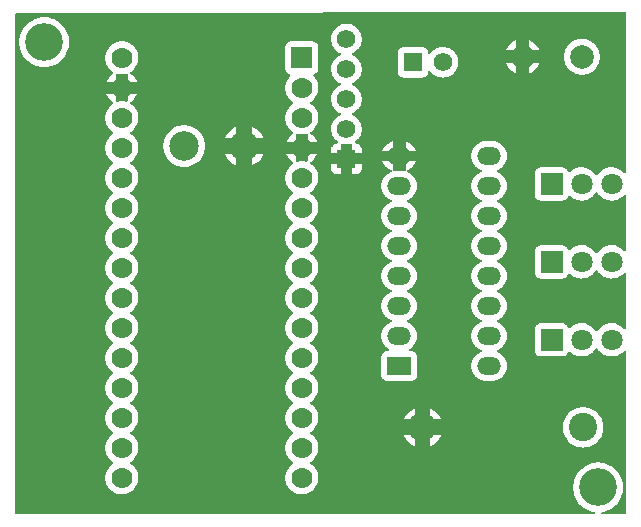
<source format=gbl>
G04 Layer: BottomLayer*
G04 EasyEDA v6.5.34, 2023-08-04 19:03:51*
G04 bd8073a519a84a03b3240daa2bee514a,ed70181f279245e6aff80281ee7dc86a,10*
G04 Gerber Generator version 0.2*
G04 Scale: 100 percent, Rotated: No, Reflected: No *
G04 Dimensions in millimeters *
G04 leading zeros omitted , absolute positions ,4 integer and 5 decimal *
%FSLAX45Y45*%
%MOMM*%

%AMMACRO1*21,1,$1,$2,0,0,$3*%
%ADD10C,1.5748*%
%ADD11MACRO1,1.5748X1.5748X90.0000*%
%ADD12C,2.5000*%
%ADD13C,1.7780*%
%ADD14MACRO1,1.778X1.778X-90.0000*%
%ADD15C,2.4000*%
%ADD16O,1.9999959999999999X1.499997*%
%ADD17MACRO1,2X1.5X0.0000*%
%ADD18C,2.0000*%
%ADD19MACRO1,1.8X1.8X0.0000*%
%ADD20C,1.8000*%
%ADD21C,3.2000*%
%ADD22C,0.0127*%

%LPD*%
G36*
X7186168Y151384D02*
G01*
X7182256Y152146D01*
X7179005Y154381D01*
X7176770Y157632D01*
X7176008Y161544D01*
X7176008Y4383684D01*
X7176770Y4387545D01*
X7178954Y4390847D01*
X7182256Y4393082D01*
X7186168Y4393844D01*
X12338558Y4406239D01*
X12342418Y4405477D01*
X12345720Y4403293D01*
X12347956Y4399991D01*
X12348718Y4396079D01*
X12348718Y3048812D01*
X12347905Y3044901D01*
X12345619Y3041548D01*
X12342266Y3039364D01*
X12338253Y3038652D01*
X12334341Y3039567D01*
X12331090Y3041954D01*
X12322454Y3051302D01*
X12310262Y3061868D01*
X12296952Y3071012D01*
X12282678Y3078530D01*
X12267692Y3084372D01*
X12252045Y3088487D01*
X12236094Y3090773D01*
X12219990Y3091230D01*
X12203887Y3089859D01*
X12188088Y3086658D01*
X12172746Y3081680D01*
X12158065Y3074974D01*
X12144248Y3066643D01*
X12131497Y3056788D01*
X12119914Y3045561D01*
X12109704Y3033064D01*
X12105690Y3026816D01*
X12102947Y3023971D01*
X12099391Y3022396D01*
X12095480Y3022295D01*
X12091771Y3023666D01*
X12088926Y3026308D01*
X12079376Y3039465D01*
X12068454Y3051302D01*
X12056262Y3061868D01*
X12042952Y3071012D01*
X12028678Y3078530D01*
X12013692Y3084372D01*
X11998045Y3088487D01*
X11982094Y3090773D01*
X11965990Y3091230D01*
X11949887Y3089859D01*
X11934088Y3086658D01*
X11918746Y3081680D01*
X11904065Y3074974D01*
X11890248Y3066643D01*
X11877497Y3056788D01*
X11871553Y3051048D01*
X11868048Y3048812D01*
X11863882Y3048203D01*
X11859818Y3049320D01*
X11856567Y3051962D01*
X11854688Y3055721D01*
X11854180Y3057550D01*
X11850420Y3065627D01*
X11845290Y3072942D01*
X11838940Y3079292D01*
X11831624Y3084423D01*
X11823547Y3088182D01*
X11814911Y3090468D01*
X11805564Y3091332D01*
X11626443Y3091332D01*
X11617096Y3090468D01*
X11608460Y3088182D01*
X11600383Y3084423D01*
X11593068Y3079292D01*
X11586718Y3072942D01*
X11581587Y3065627D01*
X11577828Y3057550D01*
X11575491Y3048914D01*
X11574678Y3039567D01*
X11574678Y2860446D01*
X11575491Y2851099D01*
X11577828Y2842463D01*
X11581587Y2834386D01*
X11586718Y2827070D01*
X11593068Y2820720D01*
X11600383Y2815590D01*
X11608460Y2811830D01*
X11617096Y2809494D01*
X11626443Y2808681D01*
X11805564Y2808681D01*
X11814911Y2809494D01*
X11823547Y2811830D01*
X11831624Y2815590D01*
X11838940Y2820720D01*
X11845290Y2827070D01*
X11850420Y2834386D01*
X11854180Y2842463D01*
X11854688Y2844292D01*
X11856567Y2848051D01*
X11859818Y2850692D01*
X11863882Y2851810D01*
X11868048Y2851200D01*
X11871553Y2848965D01*
X11877497Y2843225D01*
X11890248Y2833370D01*
X11904065Y2825038D01*
X11918746Y2818333D01*
X11934088Y2813354D01*
X11949887Y2810154D01*
X11965990Y2808782D01*
X11982094Y2809240D01*
X11998045Y2811526D01*
X12013692Y2815640D01*
X12028678Y2821482D01*
X12042952Y2829001D01*
X12056262Y2838094D01*
X12068454Y2848660D01*
X12079376Y2860548D01*
X12088926Y2873705D01*
X12091771Y2876346D01*
X12095480Y2877718D01*
X12099391Y2877616D01*
X12102947Y2876042D01*
X12105690Y2873197D01*
X12109704Y2866948D01*
X12119914Y2854452D01*
X12131497Y2843225D01*
X12144248Y2833370D01*
X12158065Y2825038D01*
X12172746Y2818333D01*
X12188088Y2813354D01*
X12203887Y2810154D01*
X12219990Y2808782D01*
X12236094Y2809240D01*
X12252045Y2811526D01*
X12267692Y2815640D01*
X12282678Y2821482D01*
X12296952Y2829001D01*
X12310262Y2838094D01*
X12322454Y2848660D01*
X12331090Y2858058D01*
X12334341Y2860395D01*
X12338253Y2861310D01*
X12342266Y2860649D01*
X12345619Y2858465D01*
X12347905Y2855112D01*
X12348718Y2851150D01*
X12348718Y2388819D01*
X12347905Y2384856D01*
X12345619Y2381554D01*
X12342266Y2379370D01*
X12338253Y2378659D01*
X12334341Y2379573D01*
X12331090Y2381961D01*
X12322454Y2391308D01*
X12310262Y2401874D01*
X12296952Y2411018D01*
X12282678Y2418537D01*
X12267692Y2424379D01*
X12252045Y2428494D01*
X12236094Y2430780D01*
X12219990Y2431237D01*
X12203887Y2429865D01*
X12188088Y2426665D01*
X12172746Y2421686D01*
X12158065Y2414981D01*
X12144248Y2406650D01*
X12131497Y2396794D01*
X12119914Y2385517D01*
X12109704Y2373071D01*
X12105690Y2366822D01*
X12102947Y2363978D01*
X12099391Y2362403D01*
X12095480Y2362250D01*
X12091771Y2363673D01*
X12088926Y2366314D01*
X12079376Y2379421D01*
X12068454Y2391308D01*
X12056262Y2401874D01*
X12042952Y2411018D01*
X12028678Y2418537D01*
X12013692Y2424379D01*
X11998045Y2428494D01*
X11982094Y2430780D01*
X11965990Y2431237D01*
X11949887Y2429865D01*
X11934088Y2426665D01*
X11918746Y2421686D01*
X11904065Y2414981D01*
X11890248Y2406650D01*
X11877497Y2396794D01*
X11871553Y2391054D01*
X11868048Y2388819D01*
X11863882Y2388158D01*
X11859818Y2389276D01*
X11856567Y2391968D01*
X11854688Y2395677D01*
X11854180Y2397556D01*
X11850420Y2405634D01*
X11845290Y2412949D01*
X11838940Y2419299D01*
X11831624Y2424379D01*
X11823547Y2428189D01*
X11814911Y2430475D01*
X11805564Y2431288D01*
X11626443Y2431288D01*
X11617096Y2430475D01*
X11608460Y2428189D01*
X11600383Y2424379D01*
X11593068Y2419299D01*
X11586718Y2412949D01*
X11581587Y2405634D01*
X11577828Y2397556D01*
X11575491Y2388920D01*
X11574678Y2379573D01*
X11574678Y2200452D01*
X11575491Y2191105D01*
X11577828Y2182469D01*
X11581587Y2174341D01*
X11586718Y2167026D01*
X11593068Y2160727D01*
X11600383Y2155596D01*
X11608460Y2151837D01*
X11617096Y2149500D01*
X11626443Y2148687D01*
X11805564Y2148687D01*
X11814911Y2149500D01*
X11823547Y2151837D01*
X11831624Y2155596D01*
X11838940Y2160727D01*
X11845290Y2167026D01*
X11850420Y2174341D01*
X11854180Y2182469D01*
X11854688Y2184298D01*
X11856567Y2188057D01*
X11859818Y2190699D01*
X11863882Y2191816D01*
X11868048Y2191207D01*
X11871553Y2188972D01*
X11877497Y2183231D01*
X11890248Y2173376D01*
X11904065Y2165045D01*
X11918746Y2158339D01*
X11934088Y2153361D01*
X11949887Y2150160D01*
X11965990Y2148789D01*
X11982094Y2149246D01*
X11998045Y2151532D01*
X12013692Y2155647D01*
X12028678Y2161489D01*
X12042952Y2169007D01*
X12056262Y2178100D01*
X12068454Y2188667D01*
X12079376Y2200554D01*
X12088926Y2213660D01*
X12091771Y2216353D01*
X12095480Y2217724D01*
X12099391Y2217623D01*
X12102947Y2216048D01*
X12105690Y2213203D01*
X12109704Y2206955D01*
X12119914Y2194458D01*
X12131497Y2183231D01*
X12144248Y2173376D01*
X12158065Y2165045D01*
X12172746Y2158339D01*
X12188088Y2153361D01*
X12203887Y2150160D01*
X12219990Y2148789D01*
X12236094Y2149246D01*
X12252045Y2151532D01*
X12267692Y2155647D01*
X12282678Y2161489D01*
X12296952Y2169007D01*
X12310262Y2178100D01*
X12322454Y2188667D01*
X12331090Y2198065D01*
X12334341Y2200402D01*
X12338253Y2201316D01*
X12342266Y2200656D01*
X12345619Y2198471D01*
X12347905Y2195118D01*
X12348718Y2191156D01*
X12348718Y1728825D01*
X12347905Y1724863D01*
X12345619Y1721561D01*
X12342266Y1719376D01*
X12338253Y1718665D01*
X12334341Y1719580D01*
X12331090Y1721967D01*
X12322454Y1731314D01*
X12310262Y1741881D01*
X12296952Y1750974D01*
X12282678Y1758543D01*
X12267692Y1764385D01*
X12252045Y1768500D01*
X12236094Y1770786D01*
X12219990Y1771243D01*
X12203887Y1769872D01*
X12188088Y1766671D01*
X12172746Y1761642D01*
X12158065Y1754987D01*
X12144248Y1746656D01*
X12131497Y1736801D01*
X12119914Y1725523D01*
X12109704Y1713026D01*
X12105690Y1706778D01*
X12102947Y1703984D01*
X12099391Y1702409D01*
X12095480Y1702257D01*
X12091771Y1703679D01*
X12088926Y1706321D01*
X12079376Y1719427D01*
X12068454Y1731314D01*
X12056262Y1741881D01*
X12042952Y1750974D01*
X12028678Y1758543D01*
X12013692Y1764385D01*
X11998045Y1768500D01*
X11982094Y1770786D01*
X11965990Y1771243D01*
X11949887Y1769872D01*
X11934088Y1766671D01*
X11918746Y1761642D01*
X11904065Y1754987D01*
X11890248Y1746656D01*
X11877497Y1736801D01*
X11871553Y1731060D01*
X11868048Y1728774D01*
X11863882Y1728165D01*
X11859818Y1729282D01*
X11856567Y1731975D01*
X11854688Y1735683D01*
X11854180Y1737512D01*
X11850420Y1745640D01*
X11845290Y1752955D01*
X11838940Y1759254D01*
X11831624Y1764385D01*
X11823547Y1768195D01*
X11814911Y1770481D01*
X11805564Y1771294D01*
X11626443Y1771294D01*
X11617096Y1770481D01*
X11608460Y1768195D01*
X11600383Y1764385D01*
X11593068Y1759254D01*
X11586718Y1752955D01*
X11581587Y1745640D01*
X11577828Y1737512D01*
X11575491Y1728927D01*
X11574678Y1719580D01*
X11574678Y1540459D01*
X11575491Y1531112D01*
X11577828Y1522476D01*
X11581587Y1514348D01*
X11586718Y1507032D01*
X11593068Y1500733D01*
X11600383Y1495602D01*
X11608460Y1491843D01*
X11617096Y1489506D01*
X11626443Y1488694D01*
X11805564Y1488694D01*
X11814911Y1489506D01*
X11823547Y1491843D01*
X11831624Y1495602D01*
X11838940Y1500733D01*
X11845290Y1507032D01*
X11850420Y1514348D01*
X11854180Y1522476D01*
X11854688Y1524304D01*
X11856567Y1528064D01*
X11859818Y1530705D01*
X11863882Y1531823D01*
X11868048Y1531213D01*
X11871553Y1528978D01*
X11877497Y1523238D01*
X11890248Y1513382D01*
X11904065Y1505051D01*
X11918746Y1498346D01*
X11934088Y1493367D01*
X11949887Y1490167D01*
X11965990Y1488744D01*
X11982094Y1489252D01*
X11998045Y1491538D01*
X12013692Y1495602D01*
X12028678Y1501495D01*
X12042952Y1509014D01*
X12056262Y1518107D01*
X12068454Y1528673D01*
X12079376Y1540560D01*
X12088926Y1553667D01*
X12091771Y1556359D01*
X12095480Y1557731D01*
X12099391Y1557629D01*
X12102947Y1556054D01*
X12105690Y1553210D01*
X12109704Y1546961D01*
X12119914Y1534464D01*
X12131497Y1523238D01*
X12144248Y1513382D01*
X12158065Y1505051D01*
X12172746Y1498346D01*
X12188088Y1493367D01*
X12203887Y1490167D01*
X12219990Y1488744D01*
X12236094Y1489252D01*
X12252045Y1491538D01*
X12267692Y1495602D01*
X12282678Y1501495D01*
X12296952Y1509014D01*
X12310262Y1518107D01*
X12322454Y1528673D01*
X12331090Y1538020D01*
X12334341Y1540408D01*
X12338253Y1541322D01*
X12342266Y1540662D01*
X12345619Y1538478D01*
X12347905Y1535125D01*
X12348718Y1531162D01*
X12348718Y161544D01*
X12347956Y157632D01*
X12345720Y154381D01*
X12342469Y152146D01*
X12338558Y151384D01*
X12145467Y151384D01*
X12141301Y152298D01*
X12137847Y154787D01*
X12135764Y158496D01*
X12135358Y162712D01*
X12136729Y166725D01*
X12139625Y169875D01*
X12143536Y171500D01*
X12159843Y174650D01*
X12179096Y180340D01*
X12197791Y187807D01*
X12215672Y197002D01*
X12232589Y207873D01*
X12248388Y220319D01*
X12262916Y234188D01*
X12276074Y249377D01*
X12287758Y265785D01*
X12297816Y283159D01*
X12306147Y301447D01*
X12312751Y320446D01*
X12317476Y340004D01*
X12320320Y359918D01*
X12321286Y379984D01*
X12320320Y400100D01*
X12317476Y419963D01*
X12312751Y439521D01*
X12306147Y458520D01*
X12297816Y476808D01*
X12287758Y494233D01*
X12276074Y510590D01*
X12262916Y525830D01*
X12248388Y539699D01*
X12232589Y552094D01*
X12215672Y562965D01*
X12197791Y572211D01*
X12179096Y579678D01*
X12159843Y585317D01*
X12140082Y589127D01*
X12120067Y591058D01*
X12099950Y591058D01*
X12079935Y589127D01*
X12060174Y585317D01*
X12040920Y579678D01*
X12022226Y572211D01*
X12004344Y562965D01*
X11987428Y552094D01*
X11971629Y539699D01*
X11957100Y525830D01*
X11943892Y510590D01*
X11932259Y494233D01*
X11922201Y476808D01*
X11913870Y458520D01*
X11907266Y439521D01*
X11902541Y419963D01*
X11899646Y400100D01*
X11898731Y379984D01*
X11899646Y359918D01*
X11902541Y340004D01*
X11907266Y320446D01*
X11913870Y301447D01*
X11922201Y283159D01*
X11932259Y265785D01*
X11943892Y249377D01*
X11957100Y234188D01*
X11971629Y220319D01*
X11987428Y207873D01*
X12004344Y197002D01*
X12022226Y187807D01*
X12040920Y180340D01*
X12060174Y174650D01*
X12076480Y171500D01*
X12080392Y169875D01*
X12083288Y166725D01*
X12084659Y162712D01*
X12084253Y158496D01*
X12082119Y154787D01*
X12078716Y152298D01*
X12074550Y151384D01*
G37*

%LPC*%
G36*
X9593986Y322021D02*
G01*
X9609988Y322021D01*
X9625888Y323850D01*
X9641484Y327507D01*
X9656572Y332841D01*
X9670948Y339953D01*
X9684410Y348589D01*
X9696805Y358698D01*
X9707930Y370179D01*
X9717735Y382879D01*
X9726015Y396595D01*
X9732619Y411124D01*
X9737598Y426364D01*
X9740747Y442061D01*
X9742119Y458012D01*
X9741662Y474014D01*
X9739426Y489864D01*
X9735312Y505307D01*
X9729520Y520242D01*
X9722053Y534416D01*
X9713010Y547624D01*
X9702546Y559714D01*
X9690760Y570534D01*
X9677247Y580237D01*
X9674098Y582980D01*
X9672320Y586740D01*
X9672218Y590905D01*
X9673793Y594766D01*
X9676739Y597662D01*
X9684410Y602589D01*
X9696805Y612698D01*
X9707930Y624179D01*
X9717735Y636879D01*
X9726015Y650595D01*
X9732619Y665124D01*
X9737598Y680364D01*
X9740747Y696061D01*
X9742119Y712012D01*
X9741662Y728014D01*
X9739426Y743864D01*
X9735312Y759307D01*
X9729520Y774242D01*
X9722053Y788416D01*
X9713010Y801624D01*
X9702546Y813714D01*
X9690760Y824534D01*
X9677247Y834237D01*
X9674098Y836980D01*
X9672320Y840740D01*
X9672218Y844905D01*
X9673793Y848766D01*
X9676739Y851662D01*
X9684410Y856589D01*
X9696805Y866698D01*
X9707930Y878179D01*
X9717735Y890879D01*
X9726015Y904595D01*
X9732619Y919124D01*
X9737598Y934364D01*
X9740747Y950061D01*
X9742119Y966012D01*
X9741662Y982014D01*
X9739426Y997864D01*
X9735312Y1013307D01*
X9729520Y1028242D01*
X9722053Y1042416D01*
X9713010Y1055624D01*
X9702546Y1067714D01*
X9690760Y1078534D01*
X9677247Y1088237D01*
X9674098Y1090980D01*
X9672320Y1094740D01*
X9672218Y1098905D01*
X9673793Y1102766D01*
X9676739Y1105662D01*
X9684410Y1110589D01*
X9696805Y1120698D01*
X9707930Y1132179D01*
X9717735Y1144879D01*
X9726015Y1158595D01*
X9732619Y1173124D01*
X9737598Y1188364D01*
X9740747Y1204061D01*
X9742119Y1220012D01*
X9741662Y1236014D01*
X9739426Y1251864D01*
X9735312Y1267307D01*
X9729520Y1282242D01*
X9722053Y1296416D01*
X9713010Y1309624D01*
X9702546Y1321714D01*
X9690760Y1332534D01*
X9677247Y1342237D01*
X9674098Y1344980D01*
X9672320Y1348740D01*
X9672218Y1352905D01*
X9673793Y1356766D01*
X9676739Y1359662D01*
X9684410Y1364589D01*
X9696805Y1374698D01*
X9707930Y1386179D01*
X9717735Y1398879D01*
X9726015Y1412595D01*
X9732619Y1427124D01*
X9737598Y1442364D01*
X9740747Y1458061D01*
X9742119Y1474012D01*
X9741662Y1490014D01*
X9739426Y1505864D01*
X9735312Y1521307D01*
X9729520Y1536242D01*
X9722053Y1550416D01*
X9713010Y1563624D01*
X9702546Y1575714D01*
X9690760Y1586534D01*
X9677247Y1596237D01*
X9674098Y1598980D01*
X9672320Y1602740D01*
X9672218Y1606905D01*
X9673793Y1610766D01*
X9676739Y1613662D01*
X9684410Y1618589D01*
X9696805Y1628698D01*
X9707930Y1640179D01*
X9717735Y1652879D01*
X9726015Y1666595D01*
X9732619Y1681124D01*
X9737598Y1696364D01*
X9740747Y1712061D01*
X9742119Y1728012D01*
X9741662Y1744014D01*
X9739426Y1759864D01*
X9735312Y1775307D01*
X9729520Y1790242D01*
X9722053Y1804416D01*
X9713010Y1817624D01*
X9702546Y1829714D01*
X9690760Y1840534D01*
X9677247Y1850237D01*
X9674098Y1852980D01*
X9672320Y1856739D01*
X9672218Y1860905D01*
X9673793Y1864766D01*
X9676739Y1867662D01*
X9684410Y1872589D01*
X9696805Y1882698D01*
X9707930Y1894179D01*
X9717735Y1906879D01*
X9726015Y1920595D01*
X9732619Y1935124D01*
X9737598Y1950364D01*
X9740747Y1966061D01*
X9742119Y1982012D01*
X9741662Y1998014D01*
X9739426Y2013864D01*
X9735312Y2029307D01*
X9729520Y2044242D01*
X9722053Y2058416D01*
X9713010Y2071624D01*
X9702546Y2083714D01*
X9690760Y2094534D01*
X9677247Y2104237D01*
X9674098Y2106980D01*
X9672320Y2110740D01*
X9672218Y2114905D01*
X9673793Y2118766D01*
X9676739Y2121662D01*
X9684410Y2126589D01*
X9696805Y2136698D01*
X9707930Y2148179D01*
X9717735Y2160879D01*
X9726015Y2174595D01*
X9732619Y2189124D01*
X9737598Y2204364D01*
X9740747Y2220061D01*
X9742119Y2236012D01*
X9741662Y2252014D01*
X9739426Y2267864D01*
X9735312Y2283307D01*
X9729520Y2298242D01*
X9722053Y2312416D01*
X9713010Y2325624D01*
X9702546Y2337714D01*
X9690760Y2348534D01*
X9677247Y2358237D01*
X9674098Y2360980D01*
X9672320Y2364740D01*
X9672218Y2368905D01*
X9673793Y2372766D01*
X9676739Y2375662D01*
X9684410Y2380589D01*
X9696805Y2390698D01*
X9707930Y2402179D01*
X9717735Y2414879D01*
X9726015Y2428595D01*
X9732619Y2443124D01*
X9737598Y2458364D01*
X9740747Y2474061D01*
X9742119Y2490012D01*
X9741662Y2506014D01*
X9739426Y2521864D01*
X9735312Y2537307D01*
X9729520Y2552242D01*
X9722053Y2566416D01*
X9713010Y2579624D01*
X9702546Y2591714D01*
X9690760Y2602534D01*
X9677247Y2612237D01*
X9674098Y2614980D01*
X9672320Y2618740D01*
X9672218Y2622905D01*
X9673793Y2626766D01*
X9676739Y2629662D01*
X9684410Y2634589D01*
X9696805Y2644698D01*
X9707930Y2656179D01*
X9717735Y2668879D01*
X9726015Y2682595D01*
X9732619Y2697124D01*
X9737598Y2712364D01*
X9740747Y2728061D01*
X9742119Y2744012D01*
X9741662Y2760014D01*
X9739426Y2775864D01*
X9735312Y2791307D01*
X9729520Y2806242D01*
X9722053Y2820416D01*
X9713010Y2833624D01*
X9702546Y2845714D01*
X9690760Y2856534D01*
X9677247Y2866237D01*
X9674098Y2868980D01*
X9672320Y2872740D01*
X9672218Y2876905D01*
X9673793Y2880766D01*
X9676739Y2883662D01*
X9684410Y2888589D01*
X9696805Y2898698D01*
X9707930Y2910179D01*
X9717735Y2922879D01*
X9726015Y2936595D01*
X9732619Y2951124D01*
X9737598Y2966364D01*
X9740747Y2982061D01*
X9742119Y2998012D01*
X9741662Y3014014D01*
X9739426Y3029864D01*
X9735312Y3045307D01*
X9729520Y3060242D01*
X9722053Y3074416D01*
X9713010Y3087624D01*
X9702546Y3099714D01*
X9690760Y3110534D01*
X9677247Y3120237D01*
X9674098Y3122980D01*
X9672320Y3126740D01*
X9672218Y3130905D01*
X9673793Y3134766D01*
X9676739Y3137662D01*
X9684410Y3142589D01*
X9696805Y3152698D01*
X9707930Y3164179D01*
X9717735Y3176879D01*
X9726015Y3190595D01*
X9732670Y3205175D01*
X9652812Y3205175D01*
X9652812Y3146552D01*
X9652101Y3142843D01*
X9650120Y3139643D01*
X9647123Y3137408D01*
X9643516Y3136392D01*
X9639808Y3136798D01*
X9633762Y3138525D01*
X9617964Y3141268D01*
X9602012Y3142183D01*
X9586010Y3141268D01*
X9570262Y3138525D01*
X9564217Y3136798D01*
X9560509Y3136392D01*
X9556902Y3137408D01*
X9553905Y3139643D01*
X9551873Y3142843D01*
X9551212Y3146552D01*
X9551212Y3205175D01*
X9471355Y3205175D01*
X9478010Y3190595D01*
X9486290Y3176879D01*
X9496044Y3164179D01*
X9507220Y3152698D01*
X9519615Y3142589D01*
X9527286Y3137662D01*
X9530232Y3134766D01*
X9531807Y3130905D01*
X9531654Y3126740D01*
X9529876Y3122980D01*
X9526219Y3119932D01*
X9513265Y3110534D01*
X9501479Y3099714D01*
X9490964Y3087624D01*
X9481972Y3074416D01*
X9474504Y3060242D01*
X9468662Y3045307D01*
X9464598Y3029864D01*
X9462312Y3014014D01*
X9461855Y2998012D01*
X9463227Y2982061D01*
X9466427Y2966364D01*
X9471355Y2951124D01*
X9478010Y2936595D01*
X9486290Y2922879D01*
X9496044Y2910179D01*
X9507220Y2898698D01*
X9519615Y2888589D01*
X9527286Y2883662D01*
X9530232Y2880766D01*
X9531807Y2876905D01*
X9531654Y2872740D01*
X9529876Y2868980D01*
X9526219Y2865932D01*
X9513265Y2856534D01*
X9501479Y2845714D01*
X9490964Y2833624D01*
X9481972Y2820416D01*
X9474504Y2806242D01*
X9468662Y2791307D01*
X9464598Y2775864D01*
X9462312Y2760014D01*
X9461855Y2744012D01*
X9463227Y2728061D01*
X9466427Y2712364D01*
X9471355Y2697124D01*
X9478010Y2682595D01*
X9486290Y2668879D01*
X9496044Y2656179D01*
X9507220Y2644698D01*
X9519615Y2634589D01*
X9527286Y2629662D01*
X9530232Y2626766D01*
X9531807Y2622905D01*
X9531654Y2618740D01*
X9529876Y2614980D01*
X9526219Y2611932D01*
X9513265Y2602534D01*
X9501479Y2591714D01*
X9490964Y2579624D01*
X9481972Y2566416D01*
X9474504Y2552242D01*
X9468662Y2537307D01*
X9464598Y2521864D01*
X9462312Y2506014D01*
X9461855Y2490012D01*
X9463227Y2474061D01*
X9466427Y2458364D01*
X9471355Y2443124D01*
X9478010Y2428595D01*
X9486290Y2414879D01*
X9496044Y2402179D01*
X9507220Y2390698D01*
X9519615Y2380589D01*
X9527286Y2375662D01*
X9530232Y2372766D01*
X9531807Y2368905D01*
X9531654Y2364740D01*
X9529876Y2360980D01*
X9526219Y2357932D01*
X9513265Y2348534D01*
X9501479Y2337714D01*
X9490964Y2325624D01*
X9481972Y2312416D01*
X9474504Y2298242D01*
X9468662Y2283307D01*
X9464598Y2267864D01*
X9462312Y2252014D01*
X9461855Y2236012D01*
X9463227Y2220061D01*
X9466427Y2204364D01*
X9471355Y2189124D01*
X9478010Y2174595D01*
X9486290Y2160879D01*
X9496044Y2148179D01*
X9507220Y2136698D01*
X9519615Y2126589D01*
X9527286Y2121662D01*
X9530232Y2118766D01*
X9531807Y2114905D01*
X9531654Y2110740D01*
X9529876Y2106980D01*
X9526219Y2103932D01*
X9513265Y2094534D01*
X9501479Y2083714D01*
X9490964Y2071624D01*
X9481972Y2058416D01*
X9474504Y2044242D01*
X9468662Y2029307D01*
X9464598Y2013864D01*
X9462312Y1998014D01*
X9461855Y1982012D01*
X9463227Y1966061D01*
X9466427Y1950364D01*
X9471355Y1935124D01*
X9478010Y1920595D01*
X9486290Y1906879D01*
X9496044Y1894179D01*
X9507220Y1882698D01*
X9519615Y1872589D01*
X9527286Y1867662D01*
X9530232Y1864766D01*
X9531807Y1860905D01*
X9531654Y1856739D01*
X9529876Y1852980D01*
X9526219Y1849932D01*
X9513265Y1840534D01*
X9501479Y1829714D01*
X9490964Y1817624D01*
X9481972Y1804416D01*
X9474504Y1790242D01*
X9468662Y1775307D01*
X9464598Y1759864D01*
X9462312Y1744014D01*
X9461855Y1728012D01*
X9463227Y1712061D01*
X9466427Y1696364D01*
X9471355Y1681124D01*
X9478010Y1666595D01*
X9486290Y1652879D01*
X9496044Y1640179D01*
X9507220Y1628698D01*
X9519615Y1618589D01*
X9527286Y1613662D01*
X9530232Y1610766D01*
X9531807Y1606905D01*
X9531654Y1602740D01*
X9529876Y1598980D01*
X9526219Y1595932D01*
X9513265Y1586534D01*
X9501479Y1575714D01*
X9490964Y1563624D01*
X9481972Y1550416D01*
X9474504Y1536242D01*
X9468662Y1521307D01*
X9464598Y1505864D01*
X9462312Y1490014D01*
X9461855Y1474012D01*
X9463227Y1458061D01*
X9466427Y1442364D01*
X9471355Y1427124D01*
X9478010Y1412595D01*
X9486290Y1398879D01*
X9496044Y1386179D01*
X9507220Y1374698D01*
X9519615Y1364589D01*
X9527286Y1359662D01*
X9530232Y1356766D01*
X9531807Y1352905D01*
X9531654Y1348740D01*
X9529876Y1344980D01*
X9526219Y1341932D01*
X9513265Y1332534D01*
X9501479Y1321714D01*
X9490964Y1309624D01*
X9481972Y1296416D01*
X9474504Y1282242D01*
X9468662Y1267307D01*
X9464598Y1251864D01*
X9462312Y1236014D01*
X9461855Y1220012D01*
X9463227Y1204061D01*
X9466427Y1188364D01*
X9471355Y1173124D01*
X9478010Y1158595D01*
X9486290Y1144879D01*
X9496044Y1132179D01*
X9507220Y1120698D01*
X9519615Y1110589D01*
X9527286Y1105662D01*
X9530232Y1102766D01*
X9531807Y1098905D01*
X9531654Y1094740D01*
X9529876Y1090980D01*
X9526219Y1087932D01*
X9513265Y1078534D01*
X9501479Y1067714D01*
X9490964Y1055624D01*
X9481972Y1042416D01*
X9474504Y1028242D01*
X9468662Y1013307D01*
X9464598Y997864D01*
X9462312Y982014D01*
X9461855Y966012D01*
X9463227Y950061D01*
X9466427Y934364D01*
X9471355Y919124D01*
X9478010Y904595D01*
X9486290Y890879D01*
X9496044Y878179D01*
X9507220Y866698D01*
X9519615Y856589D01*
X9527286Y851662D01*
X9530232Y848766D01*
X9531807Y844905D01*
X9531654Y840740D01*
X9529876Y836980D01*
X9526219Y833932D01*
X9513265Y824534D01*
X9501479Y813714D01*
X9490964Y801624D01*
X9481972Y788416D01*
X9474504Y774242D01*
X9468662Y759307D01*
X9464598Y743864D01*
X9462312Y728014D01*
X9461855Y712012D01*
X9463227Y696061D01*
X9466427Y680364D01*
X9471355Y665124D01*
X9478010Y650595D01*
X9486290Y636879D01*
X9496044Y624179D01*
X9507220Y612698D01*
X9519615Y602589D01*
X9527286Y597662D01*
X9530232Y594766D01*
X9531807Y590905D01*
X9531654Y586740D01*
X9529876Y582980D01*
X9526219Y579932D01*
X9513265Y570534D01*
X9501479Y559714D01*
X9490964Y547624D01*
X9481972Y534416D01*
X9474504Y520242D01*
X9468662Y505307D01*
X9464598Y489864D01*
X9462312Y474014D01*
X9461855Y458012D01*
X9463227Y442061D01*
X9466427Y426364D01*
X9471355Y411124D01*
X9478010Y396595D01*
X9486290Y382879D01*
X9496044Y370179D01*
X9507220Y358698D01*
X9519615Y348589D01*
X9533077Y339953D01*
X9547453Y332841D01*
X9562490Y327507D01*
X9578086Y323850D01*
G37*
G36*
X8069986Y322021D02*
G01*
X8085988Y322021D01*
X8101888Y323850D01*
X8117484Y327507D01*
X8132572Y332841D01*
X8146948Y339953D01*
X8160410Y348589D01*
X8172805Y358698D01*
X8183930Y370179D01*
X8193735Y382879D01*
X8202015Y396595D01*
X8208619Y411124D01*
X8213598Y426364D01*
X8216747Y442061D01*
X8218119Y458012D01*
X8217662Y474014D01*
X8215426Y489864D01*
X8211312Y505307D01*
X8205520Y520242D01*
X8198053Y534416D01*
X8189010Y547624D01*
X8178546Y559714D01*
X8166760Y570534D01*
X8153247Y580237D01*
X8150098Y582980D01*
X8148320Y586740D01*
X8148218Y590905D01*
X8149793Y594766D01*
X8152739Y597662D01*
X8160410Y602589D01*
X8172805Y612698D01*
X8183930Y624179D01*
X8193735Y636879D01*
X8202015Y650595D01*
X8208619Y665124D01*
X8213598Y680364D01*
X8216747Y696061D01*
X8218119Y712012D01*
X8217662Y728014D01*
X8215426Y743864D01*
X8211312Y759307D01*
X8205520Y774242D01*
X8198053Y788416D01*
X8189010Y801624D01*
X8178546Y813714D01*
X8166760Y824534D01*
X8153247Y834237D01*
X8150098Y836980D01*
X8148320Y840740D01*
X8148218Y844905D01*
X8149793Y848766D01*
X8152739Y851662D01*
X8160410Y856589D01*
X8172805Y866698D01*
X8183930Y878179D01*
X8193735Y890879D01*
X8202015Y904595D01*
X8208619Y919124D01*
X8213598Y934364D01*
X8216747Y950061D01*
X8218119Y966012D01*
X8217662Y982014D01*
X8215426Y997864D01*
X8211312Y1013307D01*
X8205520Y1028242D01*
X8198053Y1042416D01*
X8189010Y1055624D01*
X8178546Y1067714D01*
X8166760Y1078534D01*
X8153247Y1088237D01*
X8150098Y1090980D01*
X8148320Y1094740D01*
X8148218Y1098905D01*
X8149793Y1102766D01*
X8152739Y1105662D01*
X8160410Y1110589D01*
X8172805Y1120698D01*
X8183930Y1132179D01*
X8193735Y1144879D01*
X8202015Y1158595D01*
X8208619Y1173124D01*
X8213598Y1188364D01*
X8216747Y1204061D01*
X8218119Y1220012D01*
X8217662Y1236014D01*
X8215426Y1251864D01*
X8211312Y1267307D01*
X8205520Y1282242D01*
X8198053Y1296416D01*
X8189010Y1309624D01*
X8178546Y1321714D01*
X8166760Y1332534D01*
X8153247Y1342237D01*
X8150098Y1344980D01*
X8148320Y1348740D01*
X8148218Y1352905D01*
X8149793Y1356766D01*
X8152739Y1359662D01*
X8160410Y1364589D01*
X8172805Y1374698D01*
X8183930Y1386179D01*
X8193735Y1398879D01*
X8202015Y1412595D01*
X8208619Y1427124D01*
X8213598Y1442364D01*
X8216747Y1458061D01*
X8218119Y1474012D01*
X8217662Y1490014D01*
X8215426Y1505864D01*
X8211312Y1521307D01*
X8205520Y1536242D01*
X8198053Y1550416D01*
X8189010Y1563624D01*
X8178546Y1575714D01*
X8166760Y1586534D01*
X8153247Y1596237D01*
X8150098Y1598980D01*
X8148320Y1602740D01*
X8148218Y1606905D01*
X8149793Y1610766D01*
X8152739Y1613662D01*
X8160410Y1618589D01*
X8172805Y1628698D01*
X8183930Y1640179D01*
X8193735Y1652879D01*
X8202015Y1666595D01*
X8208619Y1681124D01*
X8213598Y1696364D01*
X8216747Y1712061D01*
X8218119Y1728012D01*
X8217662Y1744014D01*
X8215426Y1759864D01*
X8211312Y1775307D01*
X8205520Y1790242D01*
X8198053Y1804416D01*
X8189010Y1817624D01*
X8178546Y1829714D01*
X8166760Y1840534D01*
X8153247Y1850237D01*
X8150098Y1852980D01*
X8148320Y1856739D01*
X8148218Y1860905D01*
X8149793Y1864766D01*
X8152739Y1867662D01*
X8160410Y1872589D01*
X8172805Y1882698D01*
X8183930Y1894179D01*
X8193735Y1906879D01*
X8202015Y1920595D01*
X8208619Y1935124D01*
X8213598Y1950364D01*
X8216747Y1966061D01*
X8218119Y1982012D01*
X8217662Y1998014D01*
X8215426Y2013864D01*
X8211312Y2029307D01*
X8205520Y2044242D01*
X8198053Y2058416D01*
X8189010Y2071624D01*
X8178546Y2083714D01*
X8166760Y2094534D01*
X8153247Y2104237D01*
X8150098Y2106980D01*
X8148320Y2110740D01*
X8148218Y2114905D01*
X8149793Y2118766D01*
X8152739Y2121662D01*
X8160410Y2126589D01*
X8172805Y2136698D01*
X8183930Y2148179D01*
X8193735Y2160879D01*
X8202015Y2174595D01*
X8208619Y2189124D01*
X8213598Y2204364D01*
X8216747Y2220061D01*
X8218119Y2236012D01*
X8217662Y2252014D01*
X8215426Y2267864D01*
X8211312Y2283307D01*
X8205520Y2298242D01*
X8198053Y2312416D01*
X8189010Y2325624D01*
X8178546Y2337714D01*
X8166760Y2348534D01*
X8153247Y2358237D01*
X8150098Y2360980D01*
X8148320Y2364740D01*
X8148218Y2368905D01*
X8149793Y2372766D01*
X8152739Y2375662D01*
X8160410Y2380589D01*
X8172805Y2390698D01*
X8183930Y2402179D01*
X8193735Y2414879D01*
X8202015Y2428595D01*
X8208619Y2443124D01*
X8213598Y2458364D01*
X8216747Y2474061D01*
X8218119Y2490012D01*
X8217662Y2506014D01*
X8215426Y2521864D01*
X8211312Y2537307D01*
X8205520Y2552242D01*
X8198053Y2566416D01*
X8189010Y2579624D01*
X8178546Y2591714D01*
X8166760Y2602534D01*
X8153247Y2612237D01*
X8150098Y2614980D01*
X8148320Y2618740D01*
X8148218Y2622905D01*
X8149793Y2626766D01*
X8152739Y2629662D01*
X8160410Y2634589D01*
X8172805Y2644698D01*
X8183930Y2656179D01*
X8193735Y2668879D01*
X8202015Y2682595D01*
X8208619Y2697124D01*
X8213598Y2712364D01*
X8216747Y2728061D01*
X8218119Y2744012D01*
X8217662Y2760014D01*
X8215426Y2775864D01*
X8211312Y2791307D01*
X8205520Y2806242D01*
X8198053Y2820416D01*
X8189010Y2833624D01*
X8178546Y2845714D01*
X8166760Y2856534D01*
X8153247Y2866237D01*
X8150098Y2868980D01*
X8148320Y2872740D01*
X8148218Y2876905D01*
X8149793Y2880766D01*
X8152739Y2883662D01*
X8160410Y2888589D01*
X8172805Y2898698D01*
X8183930Y2910179D01*
X8193735Y2922879D01*
X8202015Y2936595D01*
X8208619Y2951124D01*
X8213598Y2966364D01*
X8216747Y2982061D01*
X8218119Y2998012D01*
X8217662Y3014014D01*
X8215426Y3029864D01*
X8211312Y3045307D01*
X8205520Y3060242D01*
X8198053Y3074416D01*
X8189010Y3087624D01*
X8178546Y3099714D01*
X8166760Y3110534D01*
X8153247Y3120237D01*
X8150098Y3122980D01*
X8148320Y3126740D01*
X8148218Y3130905D01*
X8149793Y3134766D01*
X8152739Y3137662D01*
X8160410Y3142589D01*
X8172805Y3152698D01*
X8183930Y3164179D01*
X8193735Y3176879D01*
X8202015Y3190595D01*
X8208619Y3205124D01*
X8213598Y3220364D01*
X8216747Y3236061D01*
X8218119Y3252012D01*
X8217662Y3268014D01*
X8215426Y3283864D01*
X8211312Y3299307D01*
X8205520Y3314242D01*
X8198053Y3328415D01*
X8189010Y3341624D01*
X8178546Y3353714D01*
X8166760Y3364534D01*
X8153247Y3374237D01*
X8150098Y3376980D01*
X8148320Y3380740D01*
X8148218Y3384905D01*
X8149793Y3388766D01*
X8152739Y3391662D01*
X8160410Y3396589D01*
X8172805Y3406698D01*
X8183930Y3418179D01*
X8193735Y3430879D01*
X8202015Y3444595D01*
X8208619Y3459124D01*
X8213598Y3474364D01*
X8216747Y3490061D01*
X8218119Y3506012D01*
X8217662Y3522014D01*
X8215426Y3537864D01*
X8211312Y3553307D01*
X8205520Y3568242D01*
X8198053Y3582415D01*
X8189010Y3595624D01*
X8178546Y3607714D01*
X8166760Y3618534D01*
X8153247Y3628237D01*
X8150098Y3630980D01*
X8148320Y3634740D01*
X8148218Y3638905D01*
X8149793Y3642766D01*
X8152739Y3645662D01*
X8160410Y3650589D01*
X8172805Y3660698D01*
X8183930Y3672179D01*
X8193735Y3684879D01*
X8202015Y3698595D01*
X8208670Y3713175D01*
X8128812Y3713175D01*
X8128812Y3654551D01*
X8128101Y3650843D01*
X8126120Y3647643D01*
X8123123Y3645408D01*
X8119516Y3644392D01*
X8115808Y3644798D01*
X8109762Y3646525D01*
X8093964Y3649268D01*
X8078012Y3650183D01*
X8062010Y3649268D01*
X8046262Y3646525D01*
X8040217Y3644798D01*
X8036509Y3644392D01*
X8032902Y3645408D01*
X8029905Y3647643D01*
X8027873Y3650843D01*
X8027212Y3654551D01*
X8027212Y3713175D01*
X7947355Y3713175D01*
X7954009Y3698595D01*
X7962290Y3684879D01*
X7972044Y3672179D01*
X7983220Y3660698D01*
X7995615Y3650589D01*
X8003286Y3645662D01*
X8006232Y3642766D01*
X8007807Y3638905D01*
X8007654Y3634740D01*
X8005876Y3630980D01*
X8002219Y3627932D01*
X7989265Y3618534D01*
X7977479Y3607714D01*
X7966964Y3595624D01*
X7957972Y3582415D01*
X7950504Y3568242D01*
X7944662Y3553307D01*
X7940598Y3537864D01*
X7938312Y3522014D01*
X7937855Y3506012D01*
X7939227Y3490061D01*
X7942427Y3474364D01*
X7947355Y3459124D01*
X7954009Y3444595D01*
X7962290Y3430879D01*
X7972044Y3418179D01*
X7983220Y3406698D01*
X7995615Y3396589D01*
X8003286Y3391662D01*
X8006232Y3388766D01*
X8007807Y3384905D01*
X8007654Y3380740D01*
X8005876Y3376980D01*
X8002219Y3373932D01*
X7989265Y3364534D01*
X7977479Y3353714D01*
X7966964Y3341624D01*
X7957972Y3328415D01*
X7950504Y3314242D01*
X7944662Y3299307D01*
X7940598Y3283864D01*
X7938312Y3268014D01*
X7937855Y3252012D01*
X7939227Y3236061D01*
X7942427Y3220364D01*
X7947355Y3205124D01*
X7954009Y3190595D01*
X7962290Y3176879D01*
X7972044Y3164179D01*
X7983220Y3152698D01*
X7995615Y3142589D01*
X8003286Y3137662D01*
X8006232Y3134766D01*
X8007807Y3130905D01*
X8007654Y3126740D01*
X8005876Y3122980D01*
X8002219Y3119932D01*
X7989265Y3110534D01*
X7977479Y3099714D01*
X7966964Y3087624D01*
X7957972Y3074416D01*
X7950504Y3060242D01*
X7944662Y3045307D01*
X7940598Y3029864D01*
X7938312Y3014014D01*
X7937855Y2998012D01*
X7939227Y2982061D01*
X7942427Y2966364D01*
X7947355Y2951124D01*
X7954009Y2936595D01*
X7962290Y2922879D01*
X7972044Y2910179D01*
X7983220Y2898698D01*
X7995615Y2888589D01*
X8003286Y2883662D01*
X8006232Y2880766D01*
X8007807Y2876905D01*
X8007654Y2872740D01*
X8005876Y2868980D01*
X8002219Y2865932D01*
X7989265Y2856534D01*
X7977479Y2845714D01*
X7966964Y2833624D01*
X7957972Y2820416D01*
X7950504Y2806242D01*
X7944662Y2791307D01*
X7940598Y2775864D01*
X7938312Y2760014D01*
X7937855Y2744012D01*
X7939227Y2728061D01*
X7942427Y2712364D01*
X7947355Y2697124D01*
X7954009Y2682595D01*
X7962290Y2668879D01*
X7972044Y2656179D01*
X7983220Y2644698D01*
X7995615Y2634589D01*
X8003286Y2629662D01*
X8006232Y2626766D01*
X8007807Y2622905D01*
X8007654Y2618740D01*
X8005876Y2614980D01*
X8002219Y2611932D01*
X7989265Y2602534D01*
X7977479Y2591714D01*
X7966964Y2579624D01*
X7957972Y2566416D01*
X7950504Y2552242D01*
X7944662Y2537307D01*
X7940598Y2521864D01*
X7938312Y2506014D01*
X7937855Y2490012D01*
X7939227Y2474061D01*
X7942427Y2458364D01*
X7947355Y2443124D01*
X7954009Y2428595D01*
X7962290Y2414879D01*
X7972044Y2402179D01*
X7983220Y2390698D01*
X7995615Y2380589D01*
X8003286Y2375662D01*
X8006232Y2372766D01*
X8007807Y2368905D01*
X8007654Y2364740D01*
X8005876Y2360980D01*
X8002219Y2357932D01*
X7989265Y2348534D01*
X7977479Y2337714D01*
X7966964Y2325624D01*
X7957972Y2312416D01*
X7950504Y2298242D01*
X7944662Y2283307D01*
X7940598Y2267864D01*
X7938312Y2252014D01*
X7937855Y2236012D01*
X7939227Y2220061D01*
X7942427Y2204364D01*
X7947355Y2189124D01*
X7954009Y2174595D01*
X7962290Y2160879D01*
X7972044Y2148179D01*
X7983220Y2136698D01*
X7995615Y2126589D01*
X8003286Y2121662D01*
X8006232Y2118766D01*
X8007807Y2114905D01*
X8007654Y2110740D01*
X8005876Y2106980D01*
X8002219Y2103932D01*
X7989265Y2094534D01*
X7977479Y2083714D01*
X7966964Y2071624D01*
X7957972Y2058416D01*
X7950504Y2044242D01*
X7944662Y2029307D01*
X7940598Y2013864D01*
X7938312Y1998014D01*
X7937855Y1982012D01*
X7939227Y1966061D01*
X7942427Y1950364D01*
X7947355Y1935124D01*
X7954009Y1920595D01*
X7962290Y1906879D01*
X7972044Y1894179D01*
X7983220Y1882698D01*
X7995615Y1872589D01*
X8003286Y1867662D01*
X8006232Y1864766D01*
X8007807Y1860905D01*
X8007654Y1856739D01*
X8005876Y1852980D01*
X8002219Y1849932D01*
X7989265Y1840534D01*
X7977479Y1829714D01*
X7966964Y1817624D01*
X7957972Y1804416D01*
X7950504Y1790242D01*
X7944662Y1775307D01*
X7940598Y1759864D01*
X7938312Y1744014D01*
X7937855Y1728012D01*
X7939227Y1712061D01*
X7942427Y1696364D01*
X7947355Y1681124D01*
X7954009Y1666595D01*
X7962290Y1652879D01*
X7972044Y1640179D01*
X7983220Y1628698D01*
X7995615Y1618589D01*
X8003286Y1613662D01*
X8006232Y1610766D01*
X8007807Y1606905D01*
X8007654Y1602740D01*
X8005876Y1598980D01*
X8002219Y1595932D01*
X7989265Y1586534D01*
X7977479Y1575714D01*
X7966964Y1563624D01*
X7957972Y1550416D01*
X7950504Y1536242D01*
X7944662Y1521307D01*
X7940598Y1505864D01*
X7938312Y1490014D01*
X7937855Y1474012D01*
X7939227Y1458061D01*
X7942427Y1442364D01*
X7947355Y1427124D01*
X7954009Y1412595D01*
X7962290Y1398879D01*
X7972044Y1386179D01*
X7983220Y1374698D01*
X7995615Y1364589D01*
X8003286Y1359662D01*
X8006232Y1356766D01*
X8007807Y1352905D01*
X8007654Y1348740D01*
X8005876Y1344980D01*
X8002219Y1341932D01*
X7989265Y1332534D01*
X7977479Y1321714D01*
X7966964Y1309624D01*
X7957972Y1296416D01*
X7950504Y1282242D01*
X7944662Y1267307D01*
X7940598Y1251864D01*
X7938312Y1236014D01*
X7937855Y1220012D01*
X7939227Y1204061D01*
X7942427Y1188364D01*
X7947355Y1173124D01*
X7954009Y1158595D01*
X7962290Y1144879D01*
X7972044Y1132179D01*
X7983220Y1120698D01*
X7995615Y1110589D01*
X8003286Y1105662D01*
X8006232Y1102766D01*
X8007807Y1098905D01*
X8007654Y1094740D01*
X8005876Y1090980D01*
X8002219Y1087932D01*
X7989265Y1078534D01*
X7977479Y1067714D01*
X7966964Y1055624D01*
X7957972Y1042416D01*
X7950504Y1028242D01*
X7944662Y1013307D01*
X7940598Y997864D01*
X7938312Y982014D01*
X7937855Y966012D01*
X7939227Y950061D01*
X7942427Y934364D01*
X7947355Y919124D01*
X7954009Y904595D01*
X7962290Y890879D01*
X7972044Y878179D01*
X7983220Y866698D01*
X7995615Y856589D01*
X8003286Y851662D01*
X8006232Y848766D01*
X8007807Y844905D01*
X8007654Y840740D01*
X8005876Y836980D01*
X8002219Y833932D01*
X7989265Y824534D01*
X7977479Y813714D01*
X7966964Y801624D01*
X7957972Y788416D01*
X7950504Y774242D01*
X7944662Y759307D01*
X7940598Y743864D01*
X7938312Y728014D01*
X7937855Y712012D01*
X7939227Y696061D01*
X7942427Y680364D01*
X7947355Y665124D01*
X7954009Y650595D01*
X7962290Y636879D01*
X7972044Y624179D01*
X7983220Y612698D01*
X7995615Y602589D01*
X8003286Y597662D01*
X8006232Y594766D01*
X8007807Y590905D01*
X8007654Y586740D01*
X8005876Y582980D01*
X8002219Y579932D01*
X7989265Y570534D01*
X7977479Y559714D01*
X7966964Y547624D01*
X7957972Y534416D01*
X7950504Y520242D01*
X7944662Y505307D01*
X7940598Y489864D01*
X7938312Y474014D01*
X7937855Y458012D01*
X7939227Y442061D01*
X7942427Y426364D01*
X7947355Y411124D01*
X7954009Y396595D01*
X7962290Y382879D01*
X7972044Y370179D01*
X7983220Y358698D01*
X7995615Y348589D01*
X8009077Y339953D01*
X8023453Y332841D01*
X8038490Y327507D01*
X8054086Y323850D01*
G37*
G36*
X11982958Y717702D02*
G01*
X12000839Y718667D01*
X12018568Y721461D01*
X12035891Y726084D01*
X12052604Y732536D01*
X12068606Y740664D01*
X12083643Y750417D01*
X12097562Y761695D01*
X12110262Y774395D01*
X12121540Y788314D01*
X12131294Y803351D01*
X12139422Y819353D01*
X12145873Y836066D01*
X12150496Y853389D01*
X12153290Y871118D01*
X12154255Y889000D01*
X12153290Y906881D01*
X12150496Y924610D01*
X12145873Y941933D01*
X12139422Y958646D01*
X12131294Y974648D01*
X12121540Y989685D01*
X12110262Y1003604D01*
X12097562Y1016304D01*
X12083643Y1027582D01*
X12068606Y1037336D01*
X12052604Y1045464D01*
X12035891Y1051915D01*
X12018568Y1056538D01*
X12000839Y1059332D01*
X11982958Y1060297D01*
X11965025Y1059332D01*
X11947347Y1056538D01*
X11930024Y1051915D01*
X11913260Y1045464D01*
X11897309Y1037336D01*
X11882272Y1027582D01*
X11868353Y1016304D01*
X11855653Y1003604D01*
X11844375Y989685D01*
X11834622Y974648D01*
X11826443Y958646D01*
X11820042Y941933D01*
X11815419Y924610D01*
X11812574Y906881D01*
X11811660Y889000D01*
X11812574Y871118D01*
X11815419Y853389D01*
X11820042Y836066D01*
X11826443Y819353D01*
X11834622Y803351D01*
X11844375Y788314D01*
X11855653Y774395D01*
X11868353Y761695D01*
X11882272Y750417D01*
X11897309Y740664D01*
X11913260Y732536D01*
X11930024Y726084D01*
X11947347Y721461D01*
X11965025Y718667D01*
G37*
G36*
X10556595Y731215D02*
G01*
X10556595Y822655D01*
X10465206Y822655D01*
X10466476Y819353D01*
X10474604Y803351D01*
X10484358Y788314D01*
X10495635Y774395D01*
X10508335Y761695D01*
X10522254Y750417D01*
X10537291Y740664D01*
X10553293Y732536D01*
G37*
G36*
X10689285Y731215D02*
G01*
X10692638Y732536D01*
X10708589Y740664D01*
X10723626Y750417D01*
X10737545Y761695D01*
X10750245Y774395D01*
X10761522Y788314D01*
X10771276Y803351D01*
X10779455Y819353D01*
X10780725Y822655D01*
X10689285Y822655D01*
G37*
G36*
X10465206Y955344D02*
G01*
X10556595Y955344D01*
X10556595Y1046784D01*
X10553293Y1045464D01*
X10537291Y1037336D01*
X10522254Y1027582D01*
X10508335Y1016304D01*
X10495635Y1003604D01*
X10484358Y989685D01*
X10474604Y974648D01*
X10466476Y958646D01*
G37*
G36*
X10689285Y955344D02*
G01*
X10780725Y955344D01*
X10779455Y958646D01*
X10771276Y974648D01*
X10761522Y989685D01*
X10750245Y1003604D01*
X10737545Y1016304D01*
X10723626Y1027582D01*
X10708589Y1037336D01*
X10692638Y1045464D01*
X10689285Y1046784D01*
G37*
G36*
X10327132Y1283411D02*
G01*
X10526268Y1283411D01*
X10535615Y1284224D01*
X10544251Y1286510D01*
X10552328Y1290320D01*
X10559643Y1295450D01*
X10565993Y1301750D01*
X10571124Y1309065D01*
X10574883Y1317142D01*
X10577169Y1325778D01*
X10578033Y1335125D01*
X10578033Y1484274D01*
X10577169Y1493621D01*
X10574883Y1502257D01*
X10571124Y1510334D01*
X10565993Y1517650D01*
X10559643Y1523949D01*
X10552328Y1529080D01*
X10544251Y1532890D01*
X10535615Y1535176D01*
X10526268Y1535988D01*
X10520578Y1535988D01*
X10516311Y1536954D01*
X10512856Y1539595D01*
X10510774Y1543456D01*
X10510570Y1547774D01*
X10512145Y1551838D01*
X10515346Y1554886D01*
X10523423Y1559763D01*
X10535462Y1569161D01*
X10546232Y1579930D01*
X10555630Y1591970D01*
X10563504Y1605026D01*
X10569803Y1618894D01*
X10574324Y1633474D01*
X10577068Y1648460D01*
X10577982Y1663700D01*
X10577068Y1678939D01*
X10574324Y1693925D01*
X10569803Y1708505D01*
X10563504Y1722374D01*
X10555630Y1735429D01*
X10546232Y1747469D01*
X10535462Y1758238D01*
X10523423Y1767636D01*
X10510367Y1775510D01*
X10497261Y1781454D01*
X10494111Y1783638D01*
X10491978Y1786889D01*
X10491266Y1790700D01*
X10491978Y1794510D01*
X10494111Y1797761D01*
X10497261Y1799945D01*
X10510367Y1805889D01*
X10523423Y1813763D01*
X10535462Y1823161D01*
X10546232Y1833930D01*
X10555630Y1845970D01*
X10563504Y1859025D01*
X10569803Y1872894D01*
X10574324Y1887474D01*
X10577068Y1902460D01*
X10577982Y1917700D01*
X10577068Y1932939D01*
X10574324Y1947925D01*
X10569803Y1962505D01*
X10563504Y1976374D01*
X10555630Y1989429D01*
X10546232Y2001469D01*
X10535462Y2012238D01*
X10523423Y2021636D01*
X10510367Y2029510D01*
X10497261Y2035454D01*
X10494111Y2037638D01*
X10491978Y2040889D01*
X10491266Y2044700D01*
X10491978Y2048510D01*
X10494111Y2051761D01*
X10497261Y2053945D01*
X10510367Y2059889D01*
X10523423Y2067763D01*
X10535462Y2077161D01*
X10546232Y2087930D01*
X10555630Y2099970D01*
X10563504Y2113026D01*
X10569803Y2126894D01*
X10574324Y2141474D01*
X10577068Y2156460D01*
X10577982Y2171700D01*
X10577068Y2186940D01*
X10574324Y2201926D01*
X10569803Y2216505D01*
X10563504Y2230374D01*
X10555630Y2243429D01*
X10546232Y2255469D01*
X10535462Y2266238D01*
X10523423Y2275636D01*
X10510367Y2283510D01*
X10497261Y2289454D01*
X10494111Y2291638D01*
X10491978Y2294890D01*
X10491266Y2298700D01*
X10491978Y2302510D01*
X10494111Y2305761D01*
X10497261Y2307945D01*
X10510367Y2313889D01*
X10523423Y2321763D01*
X10535462Y2331161D01*
X10546232Y2341930D01*
X10555630Y2353970D01*
X10563504Y2367026D01*
X10569803Y2380894D01*
X10574324Y2395474D01*
X10577068Y2410460D01*
X10577982Y2425700D01*
X10577068Y2440940D01*
X10574324Y2455926D01*
X10569803Y2470505D01*
X10563504Y2484374D01*
X10555630Y2497429D01*
X10546232Y2509469D01*
X10535462Y2520238D01*
X10523423Y2529636D01*
X10510367Y2537510D01*
X10497261Y2543454D01*
X10494111Y2545638D01*
X10491978Y2548890D01*
X10491266Y2552700D01*
X10491978Y2556510D01*
X10494111Y2559761D01*
X10497261Y2561945D01*
X10510367Y2567889D01*
X10523423Y2575763D01*
X10535462Y2585161D01*
X10546232Y2595930D01*
X10555630Y2607970D01*
X10563504Y2621026D01*
X10569803Y2634894D01*
X10574324Y2649474D01*
X10577068Y2664460D01*
X10577982Y2679700D01*
X10577068Y2694940D01*
X10574324Y2709926D01*
X10569803Y2724505D01*
X10563504Y2738374D01*
X10555630Y2751429D01*
X10546232Y2763469D01*
X10535462Y2774238D01*
X10523423Y2783636D01*
X10510367Y2791510D01*
X10497261Y2797454D01*
X10494111Y2799638D01*
X10491978Y2802890D01*
X10491266Y2806700D01*
X10491978Y2810510D01*
X10494111Y2813761D01*
X10497261Y2815945D01*
X10510367Y2821889D01*
X10523423Y2829763D01*
X10535462Y2839161D01*
X10546232Y2849930D01*
X10555630Y2861970D01*
X10563504Y2875026D01*
X10569803Y2888894D01*
X10574324Y2903474D01*
X10577068Y2918460D01*
X10577982Y2933700D01*
X10577068Y2948940D01*
X10574324Y2963926D01*
X10569803Y2978505D01*
X10563504Y2992374D01*
X10555630Y3005429D01*
X10546232Y3017469D01*
X10535462Y3028238D01*
X10523423Y3037636D01*
X10510367Y3045510D01*
X10497261Y3051454D01*
X10494111Y3053638D01*
X10491978Y3056890D01*
X10491266Y3060700D01*
X10491978Y3064510D01*
X10494111Y3067761D01*
X10497261Y3069945D01*
X10510367Y3075889D01*
X10523423Y3083763D01*
X10535462Y3093161D01*
X10546232Y3103930D01*
X10555630Y3115970D01*
X10563504Y3129026D01*
X10569803Y3142894D01*
X10570057Y3143859D01*
X10483037Y3143859D01*
X10483037Y3068320D01*
X10482072Y3064002D01*
X10479379Y3060496D01*
X10475468Y3058464D01*
X10471048Y3058312D01*
X10466933Y3059074D01*
X10451388Y3059988D01*
X10402011Y3059988D01*
X10386466Y3059074D01*
X10382351Y3058312D01*
X10377932Y3058464D01*
X10374020Y3060496D01*
X10371328Y3064002D01*
X10370362Y3068320D01*
X10370362Y3143859D01*
X10283342Y3143859D01*
X10283596Y3142894D01*
X10289895Y3129026D01*
X10297769Y3115970D01*
X10307167Y3103930D01*
X10317937Y3093161D01*
X10329976Y3083763D01*
X10343032Y3075889D01*
X10356138Y3069945D01*
X10359288Y3067761D01*
X10361422Y3064510D01*
X10362133Y3060700D01*
X10361422Y3056890D01*
X10359288Y3053638D01*
X10356138Y3051454D01*
X10343032Y3045510D01*
X10329976Y3037636D01*
X10317937Y3028238D01*
X10307167Y3017469D01*
X10297769Y3005429D01*
X10289895Y2992374D01*
X10283596Y2978505D01*
X10279075Y2963926D01*
X10276332Y2948940D01*
X10275417Y2933700D01*
X10276332Y2918460D01*
X10279075Y2903474D01*
X10283596Y2888894D01*
X10289895Y2875026D01*
X10297769Y2861970D01*
X10307167Y2849930D01*
X10317937Y2839161D01*
X10329976Y2829763D01*
X10343032Y2821889D01*
X10356138Y2815945D01*
X10359288Y2813761D01*
X10361422Y2810510D01*
X10362133Y2806700D01*
X10361422Y2802890D01*
X10359288Y2799638D01*
X10356138Y2797454D01*
X10343032Y2791510D01*
X10329976Y2783636D01*
X10317937Y2774238D01*
X10307167Y2763469D01*
X10297769Y2751429D01*
X10289895Y2738374D01*
X10283596Y2724505D01*
X10279075Y2709926D01*
X10276332Y2694940D01*
X10275417Y2679700D01*
X10276332Y2664460D01*
X10279075Y2649474D01*
X10283596Y2634894D01*
X10289895Y2621026D01*
X10297769Y2607970D01*
X10307167Y2595930D01*
X10317937Y2585161D01*
X10329976Y2575763D01*
X10343032Y2567889D01*
X10356138Y2561945D01*
X10359288Y2559761D01*
X10361422Y2556510D01*
X10362133Y2552700D01*
X10361422Y2548890D01*
X10359288Y2545638D01*
X10356138Y2543454D01*
X10343032Y2537510D01*
X10329976Y2529636D01*
X10317937Y2520238D01*
X10307167Y2509469D01*
X10297769Y2497429D01*
X10289895Y2484374D01*
X10283596Y2470505D01*
X10279075Y2455926D01*
X10276332Y2440940D01*
X10275417Y2425700D01*
X10276332Y2410460D01*
X10279075Y2395474D01*
X10283596Y2380894D01*
X10289895Y2367026D01*
X10297769Y2353970D01*
X10307167Y2341930D01*
X10317937Y2331161D01*
X10329976Y2321763D01*
X10343032Y2313889D01*
X10356138Y2307945D01*
X10359288Y2305761D01*
X10361422Y2302510D01*
X10362133Y2298700D01*
X10361422Y2294890D01*
X10359288Y2291638D01*
X10356138Y2289454D01*
X10343032Y2283510D01*
X10329976Y2275636D01*
X10317937Y2266238D01*
X10307167Y2255469D01*
X10297769Y2243429D01*
X10289895Y2230374D01*
X10283596Y2216505D01*
X10279075Y2201926D01*
X10276332Y2186940D01*
X10275417Y2171700D01*
X10276332Y2156460D01*
X10279075Y2141474D01*
X10283596Y2126894D01*
X10289895Y2113026D01*
X10297769Y2099970D01*
X10307167Y2087930D01*
X10317937Y2077161D01*
X10329976Y2067763D01*
X10343032Y2059889D01*
X10356138Y2053945D01*
X10359288Y2051761D01*
X10361422Y2048510D01*
X10362133Y2044700D01*
X10361422Y2040889D01*
X10359288Y2037638D01*
X10356138Y2035454D01*
X10343032Y2029510D01*
X10329976Y2021636D01*
X10317937Y2012238D01*
X10307167Y2001469D01*
X10297769Y1989429D01*
X10289895Y1976374D01*
X10283596Y1962505D01*
X10279075Y1947925D01*
X10276332Y1932939D01*
X10275417Y1917700D01*
X10276332Y1902460D01*
X10279075Y1887474D01*
X10283596Y1872894D01*
X10289895Y1859025D01*
X10297769Y1845970D01*
X10307167Y1833930D01*
X10317937Y1823161D01*
X10329976Y1813763D01*
X10343032Y1805889D01*
X10356138Y1799945D01*
X10359288Y1797761D01*
X10361422Y1794510D01*
X10362133Y1790700D01*
X10361422Y1786889D01*
X10359288Y1783638D01*
X10356138Y1781454D01*
X10343032Y1775510D01*
X10329976Y1767636D01*
X10317937Y1758238D01*
X10307167Y1747469D01*
X10297769Y1735429D01*
X10289895Y1722374D01*
X10283596Y1708505D01*
X10279075Y1693925D01*
X10276332Y1678939D01*
X10275417Y1663700D01*
X10276332Y1648460D01*
X10279075Y1633474D01*
X10283596Y1618894D01*
X10289895Y1605026D01*
X10297769Y1591970D01*
X10307167Y1579930D01*
X10317937Y1569161D01*
X10329976Y1559763D01*
X10338054Y1554886D01*
X10341254Y1551838D01*
X10342829Y1547774D01*
X10342626Y1543456D01*
X10340543Y1539595D01*
X10337088Y1536954D01*
X10332821Y1535988D01*
X10327132Y1535988D01*
X10317784Y1535176D01*
X10309148Y1532890D01*
X10301071Y1529080D01*
X10293756Y1523949D01*
X10287406Y1517650D01*
X10282275Y1510334D01*
X10278516Y1502257D01*
X10276230Y1493621D01*
X10275417Y1484274D01*
X10275417Y1335125D01*
X10276230Y1325778D01*
X10278516Y1317142D01*
X10282275Y1309065D01*
X10287406Y1301750D01*
X10293756Y1295450D01*
X10301071Y1290320D01*
X10309148Y1286510D01*
X10317784Y1284224D01*
G37*
G36*
X11164011Y1283411D02*
G01*
X11213388Y1283411D01*
X11228933Y1284325D01*
X11243919Y1287068D01*
X11258499Y1291640D01*
X11272367Y1297889D01*
X11285423Y1305763D01*
X11297462Y1315161D01*
X11308232Y1325930D01*
X11317630Y1337970D01*
X11325504Y1351026D01*
X11331803Y1364894D01*
X11336324Y1379474D01*
X11339068Y1394460D01*
X11339982Y1409700D01*
X11339068Y1424940D01*
X11336324Y1439926D01*
X11331803Y1454505D01*
X11325504Y1468374D01*
X11317630Y1481429D01*
X11308232Y1493469D01*
X11297462Y1504238D01*
X11285423Y1513636D01*
X11272367Y1521510D01*
X11259261Y1527454D01*
X11256111Y1529638D01*
X11253978Y1532890D01*
X11253266Y1536700D01*
X11253978Y1540510D01*
X11256111Y1543761D01*
X11259261Y1545945D01*
X11272367Y1551889D01*
X11285423Y1559763D01*
X11297462Y1569161D01*
X11308232Y1579930D01*
X11317630Y1591970D01*
X11325504Y1605026D01*
X11331803Y1618894D01*
X11336324Y1633474D01*
X11339068Y1648460D01*
X11339982Y1663700D01*
X11339068Y1678939D01*
X11336324Y1693925D01*
X11331803Y1708505D01*
X11325504Y1722374D01*
X11317630Y1735429D01*
X11308232Y1747469D01*
X11297462Y1758238D01*
X11285423Y1767636D01*
X11272367Y1775510D01*
X11259261Y1781454D01*
X11256111Y1783638D01*
X11253978Y1786889D01*
X11253266Y1790700D01*
X11253978Y1794510D01*
X11256111Y1797761D01*
X11259261Y1799945D01*
X11272367Y1805889D01*
X11285423Y1813763D01*
X11297462Y1823161D01*
X11308232Y1833930D01*
X11317630Y1845970D01*
X11325504Y1859025D01*
X11331803Y1872894D01*
X11336324Y1887474D01*
X11339068Y1902460D01*
X11339982Y1917700D01*
X11339068Y1932939D01*
X11336324Y1947925D01*
X11331803Y1962505D01*
X11325504Y1976374D01*
X11317630Y1989429D01*
X11308232Y2001469D01*
X11297462Y2012238D01*
X11285423Y2021636D01*
X11272367Y2029510D01*
X11259261Y2035454D01*
X11256111Y2037638D01*
X11253978Y2040889D01*
X11253266Y2044700D01*
X11253978Y2048510D01*
X11256111Y2051761D01*
X11259261Y2053945D01*
X11272367Y2059889D01*
X11285423Y2067763D01*
X11297462Y2077161D01*
X11308232Y2087930D01*
X11317630Y2099970D01*
X11325504Y2113026D01*
X11331803Y2126894D01*
X11336324Y2141474D01*
X11339068Y2156460D01*
X11339982Y2171700D01*
X11339068Y2186940D01*
X11336324Y2201926D01*
X11331803Y2216505D01*
X11325504Y2230374D01*
X11317630Y2243429D01*
X11308232Y2255469D01*
X11297462Y2266238D01*
X11285423Y2275636D01*
X11272367Y2283510D01*
X11259261Y2289454D01*
X11256111Y2291638D01*
X11253978Y2294890D01*
X11253266Y2298700D01*
X11253978Y2302510D01*
X11256111Y2305761D01*
X11259261Y2307945D01*
X11272367Y2313889D01*
X11285423Y2321763D01*
X11297462Y2331161D01*
X11308232Y2341930D01*
X11317630Y2353970D01*
X11325504Y2367026D01*
X11331803Y2380894D01*
X11336324Y2395474D01*
X11339068Y2410460D01*
X11339982Y2425700D01*
X11339068Y2440940D01*
X11336324Y2455926D01*
X11331803Y2470505D01*
X11325504Y2484374D01*
X11317630Y2497429D01*
X11308232Y2509469D01*
X11297462Y2520238D01*
X11285423Y2529636D01*
X11272367Y2537510D01*
X11259261Y2543454D01*
X11256111Y2545638D01*
X11253978Y2548890D01*
X11253266Y2552700D01*
X11253978Y2556510D01*
X11256111Y2559761D01*
X11259261Y2561945D01*
X11272367Y2567889D01*
X11285423Y2575763D01*
X11297462Y2585161D01*
X11308232Y2595930D01*
X11317630Y2607970D01*
X11325504Y2621026D01*
X11331803Y2634894D01*
X11336324Y2649474D01*
X11339068Y2664460D01*
X11339982Y2679700D01*
X11339068Y2694940D01*
X11336324Y2709926D01*
X11331803Y2724505D01*
X11325504Y2738374D01*
X11317630Y2751429D01*
X11308232Y2763469D01*
X11297462Y2774238D01*
X11285423Y2783636D01*
X11272367Y2791510D01*
X11259261Y2797454D01*
X11256111Y2799638D01*
X11253978Y2802890D01*
X11253266Y2806700D01*
X11253978Y2810510D01*
X11256111Y2813761D01*
X11259261Y2815945D01*
X11272367Y2821889D01*
X11285423Y2829763D01*
X11297462Y2839161D01*
X11308232Y2849930D01*
X11317630Y2861970D01*
X11325504Y2875026D01*
X11331803Y2888894D01*
X11336324Y2903474D01*
X11339068Y2918460D01*
X11339982Y2933700D01*
X11339068Y2948940D01*
X11336324Y2963926D01*
X11331803Y2978505D01*
X11325504Y2992374D01*
X11317630Y3005429D01*
X11308232Y3017469D01*
X11297462Y3028238D01*
X11285423Y3037636D01*
X11272367Y3045510D01*
X11259261Y3051454D01*
X11256111Y3053638D01*
X11253978Y3056890D01*
X11253266Y3060700D01*
X11253978Y3064510D01*
X11256111Y3067761D01*
X11259261Y3069945D01*
X11272367Y3075889D01*
X11285423Y3083763D01*
X11297462Y3093161D01*
X11308232Y3103930D01*
X11317630Y3115970D01*
X11325504Y3129026D01*
X11331803Y3142894D01*
X11336324Y3157474D01*
X11339068Y3172460D01*
X11339982Y3187700D01*
X11339068Y3202940D01*
X11336324Y3217926D01*
X11331803Y3232505D01*
X11325504Y3246374D01*
X11317630Y3259429D01*
X11308232Y3271469D01*
X11297462Y3282238D01*
X11285423Y3291636D01*
X11272367Y3299510D01*
X11258499Y3305759D01*
X11243919Y3310331D01*
X11228933Y3313074D01*
X11213388Y3313988D01*
X11164011Y3313988D01*
X11148466Y3313074D01*
X11133480Y3310331D01*
X11118900Y3305759D01*
X11105032Y3299510D01*
X11091976Y3291636D01*
X11079937Y3282238D01*
X11069167Y3271469D01*
X11059769Y3259429D01*
X11051895Y3246374D01*
X11045596Y3232505D01*
X11041075Y3217926D01*
X11038332Y3202940D01*
X11037417Y3187700D01*
X11038332Y3172460D01*
X11041075Y3157474D01*
X11045596Y3142894D01*
X11051895Y3129026D01*
X11059769Y3115970D01*
X11069167Y3103930D01*
X11079937Y3093161D01*
X11091976Y3083763D01*
X11105032Y3075889D01*
X11118138Y3069945D01*
X11121288Y3067761D01*
X11123422Y3064510D01*
X11124133Y3060700D01*
X11123422Y3056890D01*
X11121288Y3053638D01*
X11118138Y3051454D01*
X11105032Y3045510D01*
X11091976Y3037636D01*
X11079937Y3028238D01*
X11069167Y3017469D01*
X11059769Y3005429D01*
X11051895Y2992374D01*
X11045596Y2978505D01*
X11041075Y2963926D01*
X11038332Y2948940D01*
X11037417Y2933700D01*
X11038332Y2918460D01*
X11041075Y2903474D01*
X11045596Y2888894D01*
X11051895Y2875026D01*
X11059769Y2861970D01*
X11069167Y2849930D01*
X11079937Y2839161D01*
X11091976Y2829763D01*
X11105032Y2821889D01*
X11118138Y2815945D01*
X11121288Y2813761D01*
X11123422Y2810510D01*
X11124133Y2806700D01*
X11123422Y2802890D01*
X11121288Y2799638D01*
X11118138Y2797454D01*
X11105032Y2791510D01*
X11091976Y2783636D01*
X11079937Y2774238D01*
X11069167Y2763469D01*
X11059769Y2751429D01*
X11051895Y2738374D01*
X11045596Y2724505D01*
X11041075Y2709926D01*
X11038332Y2694940D01*
X11037417Y2679700D01*
X11038332Y2664460D01*
X11041075Y2649474D01*
X11045596Y2634894D01*
X11051895Y2621026D01*
X11059769Y2607970D01*
X11069167Y2595930D01*
X11079937Y2585161D01*
X11091976Y2575763D01*
X11105032Y2567889D01*
X11118138Y2561945D01*
X11121288Y2559761D01*
X11123422Y2556510D01*
X11124133Y2552700D01*
X11123422Y2548890D01*
X11121288Y2545638D01*
X11118138Y2543454D01*
X11105032Y2537510D01*
X11091976Y2529636D01*
X11079937Y2520238D01*
X11069167Y2509469D01*
X11059769Y2497429D01*
X11051895Y2484374D01*
X11045596Y2470505D01*
X11041075Y2455926D01*
X11038332Y2440940D01*
X11037417Y2425700D01*
X11038332Y2410460D01*
X11041075Y2395474D01*
X11045596Y2380894D01*
X11051895Y2367026D01*
X11059769Y2353970D01*
X11069167Y2341930D01*
X11079937Y2331161D01*
X11091976Y2321763D01*
X11105032Y2313889D01*
X11118138Y2307945D01*
X11121288Y2305761D01*
X11123422Y2302510D01*
X11124133Y2298700D01*
X11123422Y2294890D01*
X11121288Y2291638D01*
X11118138Y2289454D01*
X11105032Y2283510D01*
X11091976Y2275636D01*
X11079937Y2266238D01*
X11069167Y2255469D01*
X11059769Y2243429D01*
X11051895Y2230374D01*
X11045596Y2216505D01*
X11041075Y2201926D01*
X11038332Y2186940D01*
X11037417Y2171700D01*
X11038332Y2156460D01*
X11041075Y2141474D01*
X11045596Y2126894D01*
X11051895Y2113026D01*
X11059769Y2099970D01*
X11069167Y2087930D01*
X11079937Y2077161D01*
X11091976Y2067763D01*
X11105032Y2059889D01*
X11118138Y2053945D01*
X11121288Y2051761D01*
X11123422Y2048510D01*
X11124133Y2044700D01*
X11123422Y2040889D01*
X11121288Y2037638D01*
X11118138Y2035454D01*
X11105032Y2029510D01*
X11091976Y2021636D01*
X11079937Y2012238D01*
X11069167Y2001469D01*
X11059769Y1989429D01*
X11051895Y1976374D01*
X11045596Y1962505D01*
X11041075Y1947925D01*
X11038332Y1932939D01*
X11037417Y1917700D01*
X11038332Y1902460D01*
X11041075Y1887474D01*
X11045596Y1872894D01*
X11051895Y1859025D01*
X11059769Y1845970D01*
X11069167Y1833930D01*
X11079937Y1823161D01*
X11091976Y1813763D01*
X11105032Y1805889D01*
X11118138Y1799945D01*
X11121288Y1797761D01*
X11123422Y1794510D01*
X11124133Y1790700D01*
X11123422Y1786889D01*
X11121288Y1783638D01*
X11118138Y1781454D01*
X11105032Y1775510D01*
X11091976Y1767636D01*
X11079937Y1758238D01*
X11069167Y1747469D01*
X11059769Y1735429D01*
X11051895Y1722374D01*
X11045596Y1708505D01*
X11041075Y1693925D01*
X11038332Y1678939D01*
X11037417Y1663700D01*
X11038332Y1648460D01*
X11041075Y1633474D01*
X11045596Y1618894D01*
X11051895Y1605026D01*
X11059769Y1591970D01*
X11069167Y1579930D01*
X11079937Y1569161D01*
X11091976Y1559763D01*
X11105032Y1551889D01*
X11118138Y1545945D01*
X11121288Y1543761D01*
X11123422Y1540510D01*
X11124133Y1536700D01*
X11123422Y1532890D01*
X11121288Y1529638D01*
X11118138Y1527454D01*
X11105032Y1521510D01*
X11091976Y1513636D01*
X11079937Y1504238D01*
X11069167Y1493469D01*
X11059769Y1481429D01*
X11051895Y1468374D01*
X11045596Y1454505D01*
X11041075Y1439926D01*
X11038332Y1424940D01*
X11037417Y1409700D01*
X11038332Y1394460D01*
X11041075Y1379474D01*
X11045596Y1364894D01*
X11051895Y1351026D01*
X11059769Y1337970D01*
X11069167Y1325930D01*
X11079937Y1315161D01*
X11091976Y1305763D01*
X11105032Y1297889D01*
X11118900Y1291640D01*
X11133480Y1287068D01*
X11148466Y1284325D01*
G37*
G36*
X10025735Y3031947D02*
G01*
X10058298Y3031947D01*
X10067645Y3032760D01*
X10076281Y3035096D01*
X10084358Y3038856D01*
X10091724Y3043986D01*
X10098024Y3050286D01*
X10103154Y3057652D01*
X10106914Y3065729D01*
X10109250Y3074365D01*
X10110063Y3083712D01*
X10110063Y3116275D01*
X10025735Y3116275D01*
G37*
G36*
X9901732Y3031947D02*
G01*
X9934295Y3031947D01*
X9934295Y3116275D01*
X9849967Y3116275D01*
X9849967Y3083712D01*
X9850780Y3074365D01*
X9853066Y3065729D01*
X9856876Y3057652D01*
X9862007Y3050286D01*
X9868306Y3043986D01*
X9875621Y3038856D01*
X9883749Y3035096D01*
X9892385Y3032760D01*
G37*
G36*
X8601456Y3093770D02*
G01*
X8619591Y3094228D01*
X8637625Y3096564D01*
X8655253Y3100730D01*
X8672423Y3106674D01*
X8688882Y3114395D01*
X8704427Y3123742D01*
X8718956Y3134614D01*
X8732266Y3146958D01*
X8744254Y3160572D01*
X8754770Y3175406D01*
X8763711Y3191205D01*
X8770975Y3207816D01*
X8776462Y3225088D01*
X8780221Y3242868D01*
X8782050Y3260902D01*
X8782050Y3279089D01*
X8780221Y3297123D01*
X8776462Y3314903D01*
X8770975Y3332175D01*
X8763711Y3348837D01*
X8754770Y3364636D01*
X8744254Y3379419D01*
X8732266Y3393033D01*
X8718956Y3405378D01*
X8704427Y3416249D01*
X8688882Y3425596D01*
X8672423Y3433318D01*
X8655253Y3439261D01*
X8637625Y3443427D01*
X8619591Y3445764D01*
X8601456Y3446221D01*
X8583371Y3444849D01*
X8565489Y3441598D01*
X8548065Y3436518D01*
X8531250Y3429660D01*
X8515248Y3421126D01*
X8500211Y3411016D01*
X8486241Y3399383D01*
X8473592Y3386378D01*
X8462314Y3372154D01*
X8452561Y3356813D01*
X8444484Y3340608D01*
X8438083Y3323590D01*
X8433460Y3306064D01*
X8430666Y3288131D01*
X8429701Y3269996D01*
X8430666Y3251860D01*
X8433460Y3233928D01*
X8438083Y3216402D01*
X8444484Y3199384D01*
X8452561Y3183178D01*
X8462314Y3167837D01*
X8473592Y3153613D01*
X8486241Y3140608D01*
X8500211Y3128975D01*
X8515248Y3118866D01*
X8531250Y3110331D01*
X8548065Y3103473D01*
X8565489Y3098444D01*
X8583371Y3095142D01*
G37*
G36*
X9182862Y3107842D02*
G01*
X9196882Y3114395D01*
X9212427Y3123742D01*
X9226956Y3134614D01*
X9240266Y3146958D01*
X9252254Y3160572D01*
X9262770Y3175406D01*
X9271711Y3191205D01*
X9276080Y3201162D01*
X9182862Y3201162D01*
G37*
G36*
X9045143Y3107944D02*
G01*
X9045143Y3201162D01*
X8951823Y3201162D01*
X8952484Y3199384D01*
X8960561Y3183178D01*
X8970314Y3167837D01*
X8981592Y3153613D01*
X8994241Y3140608D01*
X9008211Y3128975D01*
X9023248Y3118866D01*
X9039250Y3110331D01*
G37*
G36*
X9849967Y3207715D02*
G01*
X9934295Y3207715D01*
X9934295Y3280511D01*
X9935006Y3284220D01*
X9936988Y3287420D01*
X9940036Y3289655D01*
X9943642Y3290671D01*
X9947402Y3290214D01*
X9949484Y3289604D01*
X9964623Y3286861D01*
X9980015Y3285947D01*
X9995408Y3286861D01*
X10010546Y3289604D01*
X10012578Y3290214D01*
X10016337Y3290671D01*
X10019995Y3289655D01*
X10023043Y3287420D01*
X10025024Y3284220D01*
X10025735Y3280511D01*
X10025735Y3207715D01*
X10110063Y3207715D01*
X10110063Y3240278D01*
X10109250Y3249625D01*
X10106914Y3258261D01*
X10103154Y3266389D01*
X10098024Y3273704D01*
X10091724Y3280003D01*
X10084358Y3285134D01*
X10076281Y3288944D01*
X10067645Y3291230D01*
X10060432Y3291840D01*
X10056571Y3293008D01*
X10053421Y3295599D01*
X10051542Y3299155D01*
X10051237Y3303168D01*
X10052507Y3307029D01*
X10055148Y3310077D01*
X10064902Y3317494D01*
X10075926Y3328212D01*
X10085628Y3340201D01*
X10093858Y3353206D01*
X10100513Y3367125D01*
X10105440Y3381705D01*
X10108590Y3396792D01*
X10109962Y3412134D01*
X10109504Y3427526D01*
X10107269Y3442766D01*
X10103205Y3457651D01*
X10097414Y3471926D01*
X10089946Y3485438D01*
X10080955Y3497935D01*
X10070592Y3509314D01*
X10058908Y3519373D01*
X10046106Y3527958D01*
X10034371Y3534003D01*
X10031374Y3536340D01*
X10029444Y3539591D01*
X10028834Y3543350D01*
X10029647Y3547059D01*
X10031780Y3550208D01*
X10034879Y3552342D01*
X10039400Y3554323D01*
X10052659Y3562146D01*
X10064902Y3571494D01*
X10075926Y3582212D01*
X10085628Y3594201D01*
X10093858Y3607206D01*
X10100513Y3621125D01*
X10105440Y3635705D01*
X10108590Y3650792D01*
X10109962Y3666134D01*
X10109504Y3681526D01*
X10107269Y3696766D01*
X10103205Y3711651D01*
X10097414Y3725926D01*
X10089946Y3739438D01*
X10080955Y3751935D01*
X10070592Y3763314D01*
X10058908Y3773373D01*
X10046106Y3781958D01*
X10034371Y3788003D01*
X10031374Y3790340D01*
X10029444Y3793591D01*
X10028834Y3797350D01*
X10029647Y3801059D01*
X10031780Y3804208D01*
X10034879Y3806342D01*
X10039400Y3808323D01*
X10052659Y3816146D01*
X10064902Y3825494D01*
X10075926Y3836212D01*
X10085628Y3848201D01*
X10093858Y3861206D01*
X10100513Y3875125D01*
X10105440Y3889705D01*
X10108590Y3904792D01*
X10109962Y3920134D01*
X10109504Y3935526D01*
X10107269Y3950766D01*
X10103205Y3965651D01*
X10097414Y3979926D01*
X10089946Y3993438D01*
X10080955Y4005935D01*
X10070592Y4017314D01*
X10058908Y4027373D01*
X10046106Y4035958D01*
X10034371Y4042003D01*
X10031374Y4044340D01*
X10029444Y4047591D01*
X10028834Y4051350D01*
X10029647Y4055059D01*
X10031780Y4058208D01*
X10034879Y4060342D01*
X10039400Y4062323D01*
X10052659Y4070146D01*
X10064902Y4079494D01*
X10075926Y4090212D01*
X10085628Y4102201D01*
X10093858Y4115206D01*
X10100513Y4129125D01*
X10105440Y4143705D01*
X10108590Y4158792D01*
X10109962Y4174134D01*
X10109504Y4189526D01*
X10107269Y4204766D01*
X10103205Y4219651D01*
X10097414Y4233926D01*
X10089946Y4247438D01*
X10080955Y4259935D01*
X10070592Y4271314D01*
X10058908Y4281373D01*
X10046106Y4289958D01*
X10032441Y4297019D01*
X10017963Y4302353D01*
X10003028Y4305960D01*
X9987686Y4307789D01*
X9972294Y4307789D01*
X9957003Y4305960D01*
X9942017Y4302353D01*
X9927590Y4297019D01*
X9913874Y4289958D01*
X9901123Y4281373D01*
X9889439Y4271314D01*
X9879025Y4259935D01*
X9870033Y4247438D01*
X9862616Y4233926D01*
X9856825Y4219651D01*
X9852761Y4204766D01*
X9850475Y4189526D01*
X9850018Y4174134D01*
X9851390Y4158792D01*
X9854590Y4143705D01*
X9859518Y4129125D01*
X9866122Y4115206D01*
X9874351Y4102201D01*
X9884054Y4090212D01*
X9895128Y4079494D01*
X9907371Y4070146D01*
X9920630Y4062323D01*
X9925100Y4060342D01*
X9928250Y4058208D01*
X9930333Y4055059D01*
X9931196Y4051350D01*
X9930587Y4047591D01*
X9928656Y4044340D01*
X9925659Y4042003D01*
X9913874Y4035958D01*
X9901123Y4027373D01*
X9889439Y4017314D01*
X9879025Y4005935D01*
X9870033Y3993438D01*
X9862616Y3979926D01*
X9856825Y3965651D01*
X9852761Y3950766D01*
X9850475Y3935526D01*
X9850018Y3920134D01*
X9851390Y3904792D01*
X9854590Y3889705D01*
X9859518Y3875125D01*
X9866122Y3861206D01*
X9874351Y3848201D01*
X9884054Y3836212D01*
X9895128Y3825494D01*
X9907371Y3816146D01*
X9920630Y3808323D01*
X9925100Y3806342D01*
X9928250Y3804208D01*
X9930333Y3801059D01*
X9931196Y3797350D01*
X9930587Y3793591D01*
X9928656Y3790340D01*
X9925659Y3788003D01*
X9913874Y3781958D01*
X9901123Y3773373D01*
X9889439Y3763314D01*
X9879025Y3751935D01*
X9870033Y3739438D01*
X9862616Y3725926D01*
X9856825Y3711651D01*
X9852761Y3696766D01*
X9850475Y3681526D01*
X9850018Y3666134D01*
X9851390Y3650792D01*
X9854590Y3635705D01*
X9859518Y3621125D01*
X9866122Y3607206D01*
X9874351Y3594201D01*
X9884054Y3582212D01*
X9895128Y3571494D01*
X9907371Y3562146D01*
X9920630Y3554323D01*
X9925100Y3552342D01*
X9928250Y3550208D01*
X9930333Y3547059D01*
X9931196Y3543350D01*
X9930587Y3539591D01*
X9928656Y3536340D01*
X9925659Y3534003D01*
X9913874Y3527958D01*
X9901123Y3519373D01*
X9889439Y3509314D01*
X9879025Y3497935D01*
X9870033Y3485438D01*
X9862616Y3471926D01*
X9856825Y3457651D01*
X9852761Y3442766D01*
X9850475Y3427526D01*
X9850018Y3412134D01*
X9851390Y3396792D01*
X9854590Y3381705D01*
X9859518Y3367125D01*
X9866122Y3353206D01*
X9874351Y3340201D01*
X9884054Y3328212D01*
X9895128Y3317494D01*
X9904882Y3310077D01*
X9907524Y3307029D01*
X9908794Y3303168D01*
X9908438Y3299155D01*
X9906558Y3295599D01*
X9903460Y3293008D01*
X9899599Y3291840D01*
X9892385Y3291230D01*
X9883749Y3288944D01*
X9875621Y3285134D01*
X9868306Y3280003D01*
X9862007Y3273704D01*
X9856876Y3266389D01*
X9853066Y3258261D01*
X9850780Y3249625D01*
X9849967Y3240278D01*
G37*
G36*
X10283342Y3231540D02*
G01*
X10370362Y3231540D01*
X10370362Y3309975D01*
X10356900Y3305759D01*
X10343032Y3299510D01*
X10329976Y3291636D01*
X10317937Y3282238D01*
X10307167Y3271469D01*
X10297769Y3259429D01*
X10289895Y3246374D01*
X10283596Y3232505D01*
G37*
G36*
X10483037Y3231540D02*
G01*
X10570057Y3231540D01*
X10569803Y3232505D01*
X10563504Y3246374D01*
X10555630Y3259429D01*
X10546232Y3271469D01*
X10535462Y3282238D01*
X10523423Y3291636D01*
X10510367Y3299510D01*
X10496499Y3305759D01*
X10483037Y3309975D01*
G37*
G36*
X9471609Y3306775D02*
G01*
X9551212Y3306775D01*
X9551212Y3365347D01*
X9551873Y3368903D01*
X9553702Y3372002D01*
X9556597Y3374288D01*
X9560052Y3375406D01*
X9563658Y3375202D01*
X9578086Y3371850D01*
X9593986Y3370021D01*
X9609988Y3370021D01*
X9625888Y3371850D01*
X9640366Y3375202D01*
X9643973Y3375406D01*
X9647428Y3374288D01*
X9650272Y3372002D01*
X9652152Y3368903D01*
X9652812Y3365347D01*
X9652812Y3306775D01*
X9732416Y3306775D01*
X9729520Y3314242D01*
X9722053Y3328415D01*
X9713010Y3341624D01*
X9702546Y3353714D01*
X9690760Y3364534D01*
X9677247Y3374237D01*
X9674098Y3376980D01*
X9672320Y3380740D01*
X9672218Y3384905D01*
X9673793Y3388766D01*
X9676739Y3391662D01*
X9684410Y3396589D01*
X9696805Y3406698D01*
X9707930Y3418179D01*
X9717735Y3430879D01*
X9726015Y3444595D01*
X9732619Y3459124D01*
X9737598Y3474364D01*
X9740747Y3490061D01*
X9742119Y3506012D01*
X9741662Y3522014D01*
X9739426Y3537864D01*
X9735312Y3553307D01*
X9729520Y3568242D01*
X9722053Y3582415D01*
X9713010Y3595624D01*
X9702546Y3607714D01*
X9690760Y3618534D01*
X9677247Y3628237D01*
X9674098Y3630980D01*
X9672320Y3634740D01*
X9672218Y3638905D01*
X9673793Y3642766D01*
X9676739Y3645662D01*
X9684410Y3650589D01*
X9696805Y3660698D01*
X9707930Y3672179D01*
X9717735Y3684879D01*
X9726015Y3698595D01*
X9732619Y3713124D01*
X9737598Y3728364D01*
X9740747Y3744061D01*
X9742119Y3760012D01*
X9741662Y3776014D01*
X9739426Y3791864D01*
X9735312Y3807307D01*
X9729520Y3822242D01*
X9722053Y3836415D01*
X9713010Y3849624D01*
X9702546Y3861714D01*
X9701276Y3862832D01*
X9698837Y3866387D01*
X9698024Y3870604D01*
X9699040Y3874770D01*
X9701682Y3878173D01*
X9705543Y3880154D01*
X9708438Y3880916D01*
X9716516Y3884676D01*
X9723882Y3889806D01*
X9730181Y3896156D01*
X9735312Y3903472D01*
X9739071Y3911549D01*
X9741408Y3920185D01*
X9742220Y3929532D01*
X9742220Y4106468D01*
X9741408Y4115815D01*
X9739071Y4124451D01*
X9735312Y4132529D01*
X9730181Y4139844D01*
X9723882Y4146194D01*
X9716516Y4151325D01*
X9708438Y4155084D01*
X9699802Y4157370D01*
X9690455Y4158183D01*
X9513570Y4158183D01*
X9504222Y4157370D01*
X9495586Y4155084D01*
X9487458Y4151325D01*
X9480143Y4146194D01*
X9473844Y4139844D01*
X9468713Y4132529D01*
X9464903Y4124451D01*
X9462617Y4115815D01*
X9461804Y4106468D01*
X9461804Y3929532D01*
X9462617Y3920185D01*
X9464903Y3911549D01*
X9468713Y3903472D01*
X9473844Y3896156D01*
X9480143Y3889806D01*
X9487458Y3884676D01*
X9495586Y3880916D01*
X9498482Y3880154D01*
X9502292Y3878173D01*
X9504984Y3874770D01*
X9506000Y3870604D01*
X9505188Y3866387D01*
X9502698Y3862832D01*
X9501479Y3861714D01*
X9490964Y3849624D01*
X9481972Y3836415D01*
X9474504Y3822242D01*
X9468662Y3807307D01*
X9464598Y3791864D01*
X9462312Y3776014D01*
X9461855Y3760012D01*
X9463227Y3744061D01*
X9466427Y3728364D01*
X9471355Y3713124D01*
X9478010Y3698595D01*
X9486290Y3684879D01*
X9496044Y3672179D01*
X9507220Y3660698D01*
X9519615Y3650589D01*
X9527286Y3645662D01*
X9530232Y3642766D01*
X9531807Y3638905D01*
X9531654Y3634740D01*
X9529876Y3630980D01*
X9526219Y3627932D01*
X9513265Y3618534D01*
X9501479Y3607714D01*
X9490964Y3595624D01*
X9481972Y3582415D01*
X9474504Y3568242D01*
X9468662Y3553307D01*
X9464598Y3537864D01*
X9462312Y3522014D01*
X9461855Y3506012D01*
X9463227Y3490061D01*
X9466427Y3474364D01*
X9471355Y3459124D01*
X9478010Y3444595D01*
X9486290Y3430879D01*
X9496044Y3418179D01*
X9507220Y3406698D01*
X9519615Y3396589D01*
X9527286Y3391662D01*
X9530232Y3388766D01*
X9531807Y3384905D01*
X9531654Y3380740D01*
X9529876Y3376980D01*
X9526219Y3373932D01*
X9513265Y3364534D01*
X9501479Y3353714D01*
X9490964Y3341624D01*
X9481972Y3328415D01*
X9474504Y3314242D01*
G37*
G36*
X9182862Y3338829D02*
G01*
X9276080Y3338829D01*
X9271711Y3348837D01*
X9262770Y3364636D01*
X9252254Y3379419D01*
X9240266Y3393033D01*
X9226956Y3405378D01*
X9212427Y3416249D01*
X9196882Y3425596D01*
X9182862Y3432149D01*
G37*
G36*
X8951823Y3338829D02*
G01*
X9045143Y3338829D01*
X9045143Y3432048D01*
X9039250Y3429660D01*
X9023248Y3421126D01*
X9008211Y3411016D01*
X8994241Y3399383D01*
X8981592Y3386378D01*
X8970314Y3372154D01*
X8960561Y3356813D01*
X8952484Y3340608D01*
G37*
G36*
X7947609Y3814775D02*
G01*
X8027212Y3814775D01*
X8027212Y3873347D01*
X8027873Y3876903D01*
X8029702Y3880002D01*
X8032597Y3882288D01*
X8036052Y3883406D01*
X8039658Y3883202D01*
X8054086Y3879850D01*
X8069986Y3878021D01*
X8085988Y3878021D01*
X8101888Y3879850D01*
X8116366Y3883202D01*
X8119973Y3883406D01*
X8123428Y3882288D01*
X8126272Y3880002D01*
X8128152Y3876903D01*
X8128812Y3873347D01*
X8128812Y3814775D01*
X8208416Y3814775D01*
X8205520Y3822242D01*
X8198053Y3836415D01*
X8189010Y3849624D01*
X8178546Y3861714D01*
X8166760Y3872534D01*
X8153247Y3882237D01*
X8150098Y3884980D01*
X8148320Y3888740D01*
X8148218Y3892905D01*
X8149793Y3896766D01*
X8152739Y3899662D01*
X8160410Y3904589D01*
X8172805Y3914698D01*
X8183930Y3926179D01*
X8193735Y3938879D01*
X8202015Y3952595D01*
X8208619Y3967124D01*
X8213598Y3982364D01*
X8216747Y3998061D01*
X8218119Y4014012D01*
X8217662Y4030014D01*
X8215426Y4045864D01*
X8211312Y4061307D01*
X8205520Y4076242D01*
X8198053Y4090415D01*
X8189010Y4103624D01*
X8178546Y4115714D01*
X8166760Y4126534D01*
X8153806Y4135932D01*
X8139836Y4143806D01*
X8125104Y4150055D01*
X8109762Y4154525D01*
X8093964Y4157268D01*
X8078012Y4158183D01*
X8062010Y4157268D01*
X8046262Y4154525D01*
X8030870Y4150055D01*
X8016138Y4143806D01*
X8002219Y4135932D01*
X7989265Y4126534D01*
X7977479Y4115714D01*
X7966964Y4103624D01*
X7957972Y4090415D01*
X7950504Y4076242D01*
X7944662Y4061307D01*
X7940598Y4045864D01*
X7938312Y4030014D01*
X7937855Y4014012D01*
X7939227Y3998061D01*
X7942427Y3982364D01*
X7947355Y3967124D01*
X7954009Y3952595D01*
X7962290Y3938879D01*
X7972044Y3926179D01*
X7983220Y3914698D01*
X7995615Y3904589D01*
X8003286Y3899662D01*
X8006232Y3896766D01*
X8007807Y3892905D01*
X8007654Y3888740D01*
X8005876Y3884980D01*
X8002219Y3881932D01*
X7989265Y3872534D01*
X7977479Y3861714D01*
X7966964Y3849624D01*
X7957972Y3836415D01*
X7950504Y3822242D01*
G37*
G36*
X10464698Y3849928D02*
G01*
X10621314Y3849928D01*
X10630662Y3850792D01*
X10639298Y3853078D01*
X10647375Y3856837D01*
X10654690Y3861968D01*
X10661040Y3868318D01*
X10666171Y3875633D01*
X10669930Y3883710D01*
X10672267Y3892448D01*
X10672978Y3899306D01*
X10674146Y3903116D01*
X10676686Y3906164D01*
X10680192Y3907993D01*
X10684154Y3908348D01*
X10687913Y3907180D01*
X10690961Y3904640D01*
X10701070Y3892245D01*
X10712145Y3881526D01*
X10724388Y3872179D01*
X10737646Y3864305D01*
X10751718Y3858107D01*
X10766450Y3853586D01*
X10781639Y3850894D01*
X10797032Y3849979D01*
X10812373Y3850894D01*
X10827562Y3853586D01*
X10842294Y3858107D01*
X10856366Y3864305D01*
X10869625Y3872179D01*
X10881868Y3881526D01*
X10892942Y3892245D01*
X10902645Y3904183D01*
X10910874Y3917238D01*
X10917529Y3931158D01*
X10922457Y3945737D01*
X10925606Y3960825D01*
X10926978Y3976166D01*
X10926521Y3991559D01*
X10924235Y4006799D01*
X10920171Y4021632D01*
X10914380Y4035907D01*
X10906963Y4049420D01*
X10897971Y4061917D01*
X10887557Y4073296D01*
X10875924Y4083354D01*
X10863122Y4091940D01*
X10849406Y4099001D01*
X10834979Y4104386D01*
X10819993Y4107992D01*
X10804702Y4109821D01*
X10789310Y4109821D01*
X10774019Y4107992D01*
X10759033Y4104386D01*
X10744606Y4099001D01*
X10730890Y4091940D01*
X10718088Y4083354D01*
X10706455Y4073296D01*
X10696041Y4061917D01*
X10691266Y4055262D01*
X10688269Y4052519D01*
X10684408Y4051147D01*
X10680293Y4051401D01*
X10676686Y4053230D01*
X10674045Y4056379D01*
X10672876Y4060291D01*
X10672216Y4067657D01*
X10669930Y4076293D01*
X10666171Y4084370D01*
X10661040Y4091686D01*
X10654690Y4098036D01*
X10647375Y4103166D01*
X10639298Y4106926D01*
X10630662Y4109212D01*
X10621314Y4110024D01*
X10464698Y4110024D01*
X10455351Y4109212D01*
X10446715Y4106926D01*
X10438638Y4103166D01*
X10431322Y4098036D01*
X10424972Y4091686D01*
X10419842Y4084370D01*
X10416082Y4076293D01*
X10413796Y4067657D01*
X10412984Y4058310D01*
X10412984Y3901694D01*
X10413796Y3892346D01*
X10416082Y3883710D01*
X10419842Y3875633D01*
X10424972Y3868318D01*
X10431322Y3861968D01*
X10438638Y3856837D01*
X10446715Y3853078D01*
X10455351Y3850792D01*
G37*
G36*
X11976709Y3874668D02*
G01*
X11993321Y3876040D01*
X12009678Y3879240D01*
X12025579Y3884218D01*
X12040870Y3890924D01*
X12055297Y3899255D01*
X12068708Y3909110D01*
X12081002Y3920388D01*
X12091924Y3932986D01*
X12101423Y3946651D01*
X12109348Y3961333D01*
X12115647Y3976776D01*
X12120168Y3992829D01*
X12122912Y4009237D01*
X12123826Y4025900D01*
X12122912Y4042562D01*
X12120168Y4058970D01*
X12115647Y4075023D01*
X12109348Y4090466D01*
X12101423Y4105148D01*
X12091924Y4118813D01*
X12081002Y4131411D01*
X12068708Y4142689D01*
X12055297Y4152544D01*
X12040870Y4160875D01*
X12025579Y4167581D01*
X12009678Y4172559D01*
X11993321Y4175760D01*
X11976709Y4177131D01*
X11960047Y4176674D01*
X11943537Y4174388D01*
X11927382Y4170273D01*
X11911787Y4164431D01*
X11896902Y4156913D01*
X11882932Y4147820D01*
X11870080Y4137202D01*
X11858447Y4125264D01*
X11848236Y4112107D01*
X11839498Y4097883D01*
X11832386Y4082846D01*
X11826951Y4067048D01*
X11823293Y4050792D01*
X11821464Y4034231D01*
X11821464Y4017568D01*
X11823293Y4001008D01*
X11826951Y3984751D01*
X11832386Y3968953D01*
X11839498Y3953916D01*
X11848236Y3939692D01*
X11858447Y3926535D01*
X11870080Y3914597D01*
X11882932Y3903979D01*
X11896902Y3894886D01*
X11911787Y3887368D01*
X11927382Y3881526D01*
X11943537Y3877411D01*
X11960047Y3875125D01*
G37*
G36*
X11527993Y3885641D02*
G01*
X11539982Y3890924D01*
X11554409Y3899255D01*
X11567820Y3909110D01*
X11580114Y3920388D01*
X11591036Y3932986D01*
X11600535Y3946651D01*
X11608460Y3961333D01*
X11611813Y3969562D01*
X11527993Y3969562D01*
G37*
G36*
X11415318Y3885692D02*
G01*
X11415318Y3969562D01*
X11331295Y3969562D01*
X11338610Y3953916D01*
X11347348Y3939692D01*
X11357559Y3926535D01*
X11369192Y3914597D01*
X11382044Y3903979D01*
X11396014Y3894886D01*
X11410899Y3887368D01*
G37*
G36*
X7409942Y3938930D02*
G01*
X7430058Y3938930D01*
X7450074Y3940860D01*
X7469835Y3944670D01*
X7489088Y3950309D01*
X7507782Y3957777D01*
X7525664Y3967022D01*
X7542580Y3977894D01*
X7558379Y3990340D01*
X7572908Y4004208D01*
X7586116Y4019397D01*
X7597749Y4035755D01*
X7607808Y4053179D01*
X7616139Y4071467D01*
X7622743Y4090466D01*
X7627467Y4110024D01*
X7630363Y4129938D01*
X7631277Y4150004D01*
X7630363Y4170070D01*
X7627467Y4189984D01*
X7622743Y4209542D01*
X7616139Y4228541D01*
X7607808Y4246829D01*
X7597749Y4264253D01*
X7586116Y4280611D01*
X7572908Y4295800D01*
X7558379Y4309668D01*
X7542580Y4322114D01*
X7525664Y4332986D01*
X7507782Y4342180D01*
X7489088Y4349699D01*
X7469835Y4355338D01*
X7450074Y4359148D01*
X7430058Y4361078D01*
X7409942Y4361078D01*
X7389926Y4359148D01*
X7370165Y4355338D01*
X7350912Y4349699D01*
X7332218Y4342180D01*
X7314336Y4332986D01*
X7297420Y4322114D01*
X7281621Y4309668D01*
X7267092Y4295800D01*
X7253935Y4280611D01*
X7242251Y4264253D01*
X7232192Y4246829D01*
X7223861Y4228541D01*
X7217257Y4209542D01*
X7212533Y4189984D01*
X7209688Y4170070D01*
X7208723Y4150004D01*
X7209688Y4129938D01*
X7212533Y4110024D01*
X7217257Y4090466D01*
X7223861Y4071467D01*
X7232192Y4053179D01*
X7242251Y4035755D01*
X7253935Y4019397D01*
X7267092Y4004208D01*
X7281621Y3990340D01*
X7297420Y3977894D01*
X7314336Y3967022D01*
X7332218Y3957777D01*
X7350912Y3950309D01*
X7370165Y3944670D01*
X7389926Y3940860D01*
G37*
G36*
X11527993Y4082237D02*
G01*
X11611813Y4082237D01*
X11608460Y4090466D01*
X11600535Y4105148D01*
X11591036Y4118813D01*
X11580114Y4131411D01*
X11567820Y4142689D01*
X11554409Y4152544D01*
X11539982Y4160875D01*
X11527993Y4166158D01*
G37*
G36*
X11331295Y4082237D02*
G01*
X11415318Y4082237D01*
X11415318Y4166108D01*
X11410899Y4164431D01*
X11396014Y4156913D01*
X11382044Y4147820D01*
X11369192Y4137202D01*
X11357559Y4125264D01*
X11347348Y4112107D01*
X11338610Y4097883D01*
G37*

%LPD*%
D10*
G01*
X9980015Y4177995D03*
G01*
X9980015Y3923995D03*
G01*
X9980015Y3669995D03*
G01*
X9980015Y3415995D03*
D11*
G01*
X9980005Y3162002D03*
D12*
G01*
X8606002Y3269995D03*
G01*
X9114002Y3269995D03*
D13*
G01*
X8078012Y462000D03*
G01*
X8078012Y716000D03*
G01*
X8078012Y970000D03*
G01*
X8078012Y1224000D03*
G01*
X8078012Y1478000D03*
G01*
X8078012Y1732000D03*
G01*
X8078012Y1986000D03*
G01*
X8078012Y2240000D03*
G01*
X8078012Y2494000D03*
G01*
X8078012Y2748000D03*
G01*
X8078012Y3002000D03*
G01*
X8078012Y3256000D03*
G01*
X8078012Y3510000D03*
G01*
X8078012Y3764000D03*
G01*
X8078012Y4018000D03*
G01*
X9602012Y462000D03*
G01*
X9602012Y716000D03*
G01*
X9602012Y970000D03*
G01*
X9602012Y1224000D03*
G01*
X9602012Y1478000D03*
G01*
X9602012Y1732000D03*
G01*
X9602012Y1986000D03*
G01*
X9602012Y2240000D03*
G01*
X9602012Y2494000D03*
G01*
X9602012Y2748000D03*
G01*
X9602012Y3002000D03*
G01*
X9602012Y3256000D03*
G01*
X9602012Y3510000D03*
G01*
X9602012Y3764000D03*
D14*
G01*
X9602005Y4018000D03*
D15*
G01*
X10622940Y889000D03*
G01*
X11982958Y889000D03*
D11*
G01*
X10543006Y3980002D03*
D10*
G01*
X10797006Y3980002D03*
D16*
G01*
X11188700Y3187700D03*
G01*
X11188700Y2933700D03*
G01*
X11188700Y2679700D03*
G01*
X11188700Y2425700D03*
G01*
X11188700Y2171700D03*
G01*
X11188700Y1917700D03*
G01*
X11188700Y1663700D03*
G01*
X11188700Y1409700D03*
G01*
X10426700Y3187700D03*
G01*
X10426700Y2933700D03*
G01*
X10426700Y2679700D03*
G01*
X10426700Y2425700D03*
G01*
X10426700Y2171700D03*
G01*
X10426700Y1917700D03*
G01*
X10426700Y1663700D03*
D17*
G01*
X10426700Y1409700D03*
D18*
G01*
X11972543Y4025900D03*
G01*
X11471656Y4025900D03*
D19*
G01*
X11716006Y2950001D03*
D20*
G01*
X11970004Y2950006D03*
G01*
X12224004Y2950006D03*
D19*
G01*
X11716006Y2290000D03*
D20*
G01*
X11970004Y2289987D03*
G01*
X12224004Y2289987D03*
D19*
G01*
X11716006Y1630001D03*
D20*
G01*
X11970004Y1629994D03*
G01*
X12224004Y1629994D03*
D21*
G01*
X7420000Y4150004D03*
G01*
X12110008Y380009D03*
M02*

</source>
